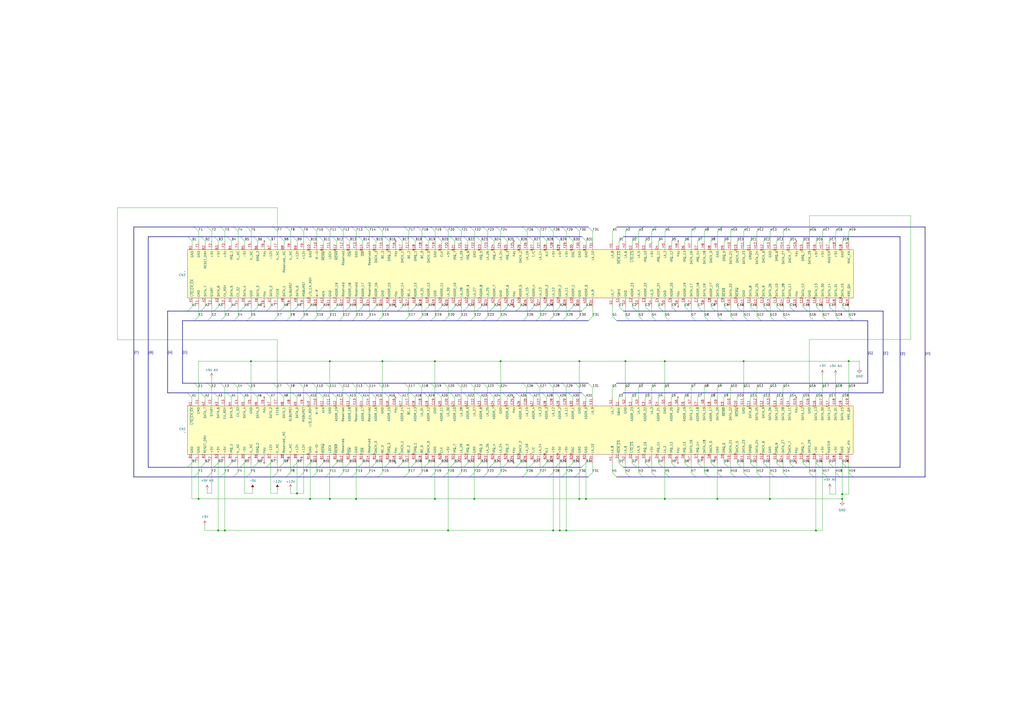
<source format=kicad_sch>
(kicad_sch (version 20231120) (generator "eeschema") (generator_version "8.0")
  (paper "A2")
  (title_block (title "Taito Wolf System EISA Bridge PCB") (date "2024-08-20") (rev "1") (company "Jeff Chen"))
  (bus_alias "A" (members "A[1..31]"))
  (bus_alias "B" (members "B[1..31]"))
  (bus_alias "C" (members "C[1..18]"))
  (bus_alias "D" (members "D[1..18]"))
  (bus_alias "E" (members "E[1..31]"))
  (bus_alias "F" (members "F[1..31]"))
  (bus_alias "G" (members "G[1..19]"))
  (bus_alias "H" (members "H[1..19]"))
  (junction (at 473.2982 307.7275))
  (junction (at 385.6372 289.396))
  (junction (at 446.599 289.396))
  (junction (at 362.779 209.5306))
  (junction (at 324.7082 307.698))
  (junction (at 172.2863 286.2218))
  (junction (at 290.389 209.5306))
  (junction (at 385.639 209.5306))
  (junction (at 191.329 209.5415))
  (junction (at 320.8982 307.698))
  (junction (at 492.319 209.491))
  (junction (at 145.609 209.5415))
  (junction (at 221.809 209.5415))
  (junction (at 115.1373 289.396))
  (junction (at 431.359 209.5306))
  (junction (at 416.119 289.396))
  (junction (at 179.899 289.396))
  (junction (at 252.289 209.5415))
  (junction (at 339.919 289.396))
  (junction (at 328.5182 307.698))
  (junction (at 206.569 289.396))
  (junction (at 191.3292 289.396))
  (junction (at 336.109 209.5306))
  (junction (at 488.509 289.396))
  (junction (at 252.289 289.396))
  (junction (at 275.149 289.396))
  (junction (at 488.509 286.6532))
  (junction (at 126.5882 307.698))
  (junction (at 130.3982 307.698))
  (junction (at 259.9342 307.698))
  (junction (at 336.109 289.396))
  (bus_entry (at 138.1074 134.2144) (size -2.54 -2.54))
  (bus_entry (at 355.159 224.8183) (size 2.54 -2.54))
  (bus_entry (at 423.8574 134.2144) (size 2.54 -2.54))
  (bus_entry (at 454.219 224.8183) (size 2.54 -2.54))
  (bus_entry (at 404.8074 139.8186) (size 2.54 -2.54))
  (bus_entry (at 362.8974 183.5228) (size 2.54 2.54))
  (bus_entry (at 210.4974 177.9186) (size -2.54 2.54))
  (bus_entry (at 130.4874 134.2144) (size -2.54 -2.54))
  (bus_entry (at 416.119 274.1267) (size 2.54 2.54))
  (bus_entry (at 454.3374 183.5228) (size 2.54 2.54))
  (bus_entry (at 240.9774 177.9186) (size -2.54 2.54))
  (bus_entry (at 199.0674 183.5228) (size -2.54 2.54))
  (bus_entry (at 336.109 274.1267) (size -2.54 2.54))
  (bus_entry (at 198.949 224.8183) (size -2.54 -2.54))
  (bus_entry (at 454.3374 134.2144) (size 2.54 -2.54))
  (bus_entry (at 419.929 268.5225) (size 2.54 2.54))
  (bus_entry (at 214.189 274.1267) (size -2.54 2.54))
  (bus_entry (at 419.929 230.4225) (size 2.54 -2.54))
  (bus_entry (at 248.5974 139.8186) (size -2.54 -2.54))
  (bus_entry (at 438.979 274.1267) (size 2.54 2.54))
  (bus_entry (at 408.499 274.1267) (size 2.54 2.54))
  (bus_entry (at 492.319 274.1267) (size 2.54 2.54))
  (bus_entry (at 389.5674 139.8186) (size 2.54 -2.54))
  (bus_entry (at 381.829 230.4225) (size 2.54 -2.54))
  (bus_entry (at 275.149 224.8183) (size -2.54 -2.54))
  (bus_entry (at 115.129 224.8183) (size -2.54 -2.54))
  (bus_entry (at 259.909 274.1267) (size -2.54 2.54))
  (bus_entry (at 343.729 274.1267) (size -2.54 2.54))
  (bus_entry (at 233.239 268.5225) (size -2.54 2.54))
  (bus_entry (at 469.5774 183.5228) (size 2.54 2.54))
  (bus_entry (at 400.9974 183.5228) (size 2.54 2.54))
  (bus_entry (at 359.0874 177.9186) (size 2.54 2.54))
  (bus_entry (at 423.8574 183.5228) (size 2.54 2.54))
  (bus_entry (at 313.3674 183.5228) (size -2.54 2.54))
  (bus_entry (at 481.0074 139.8186) (size 2.54 -2.54))
  (bus_entry (at 119.0574 177.9186) (size -2.54 2.54))
  (bus_entry (at 180.0174 139.8186) (size -2.54 -2.54))
  (bus_entry (at 217.999 230.4225) (size -2.54 -2.54))
  (bus_entry (at 427.549 230.4225) (size 2.54 -2.54))
  (bus_entry (at 145.7274 134.2144) (size -2.54 -2.54))
  (bus_entry (at 427.549 268.5225) (size 2.54 2.54))
  (bus_entry (at 343.729 224.8183) (size -2.54 -2.54))
  (bus_entry (at 435.169 230.4225) (size 2.54 -2.54))
  (bus_entry (at 199.0674 134.2144) (size -2.54 -2.54))
  (bus_entry (at 317.1774 177.9186) (size -2.54 2.54))
  (bus_entry (at 271.339 268.5225) (size -2.54 2.54))
  (bus_entry (at 340.0374 139.8186) (size -2.54 -2.54))
  (bus_entry (at 134.2974 139.8186) (size -2.54 -2.54))
  (bus_entry (at 355.2774 183.5228) (size 2.54 2.54))
  (bus_entry (at 164.7774 139.8186) (size -2.54 -2.54))
  (bus_entry (at 378.019 274.1267) (size 2.54 2.54))
  (bus_entry (at 442.789 268.5225) (size 2.54 2.54))
  (bus_entry (at 130.4874 183.5228) (size -2.54 2.54))
  (bus_entry (at 397.1874 177.9186) (size 2.54 2.54))
  (bus_entry (at 370.5174 183.5228) (size 2.54 2.54))
  (bus_entry (at 244.669 224.8183) (size -2.54 -2.54))
  (bus_entry (at 389.449 268.5225) (size 2.54 2.54))
  (bus_entry (at 480.889 230.4225) (size 2.54 -2.54))
  (bus_entry (at 385.639 224.8183) (size 2.54 -2.54))
  (bus_entry (at 118.939 268.5225) (size -2.54 2.54))
  (bus_entry (at 370.5174 134.2144) (size 2.54 -2.54))
  (bus_entry (at 442.9074 177.9186) (size 2.54 2.54))
  (bus_entry (at 111.319 230.4225) (size -2.54 -2.54))
  (bus_entry (at 301.819 268.5225) (size -2.54 2.54))
  (bus_entry (at 115.2474 183.5228) (size -2.54 2.54))
  (bus_entry (at 172.279 268.5225) (size -2.54 2.54))
  (bus_entry (at 179.899 230.4225) (size -2.54 -2.54))
  (bus_entry (at 195.2574 139.8186) (size -2.54 -2.54))
  (bus_entry (at 397.1874 139.8186) (size 2.54 -2.54))
  (bus_entry (at 240.859 268.5225) (size -2.54 2.54))
  (bus_entry (at 256.099 268.5225) (size -2.54 2.54))
  (bus_entry (at 157.1574 177.9186) (size -2.54 2.54))
  (bus_entry (at 122.749 224.8183) (size -2.54 -2.54))
  (bus_entry (at 400.879 224.8183) (size 2.54 -2.54))
  (bus_entry (at 248.479 230.4225) (size -2.54 -2.54))
  (bus_entry (at 130.369 274.1267) (size -2.54 2.54))
  (bus_entry (at 176.089 224.8183) (size -2.54 -2.54))
  (bus_entry (at 374.3274 139.8186) (size 2.54 -2.54))
  (bus_entry (at 282.8874 134.2144) (size -2.54 -2.54))
  (bus_entry (at 160.9674 134.2144) (size -2.54 -2.54))
  (bus_entry (at 355.159 274.1267) (size 2.54 2.54))
  (bus_entry (at 473.269 230.4225) (size 2.54 -2.54))
  (bus_entry (at 389.5674 177.9186) (size 2.54 2.54))
  (bus_entry (at 263.8374 139.8186) (size -2.54 -2.54))
  (bus_entry (at 294.3174 139.8186) (size -2.54 -2.54))
  (bus_entry (at 469.459 274.1267) (size 2.54 2.54))
  (bus_entry (at 237.049 224.8183) (size -2.54 -2.54))
  (bus_entry (at 176.2074 134.2144) (size -2.54 -2.54))
  (bus_entry (at 309.5574 139.8186) (size -2.54 -2.54))
  (bus_entry (at 469.459 224.8183) (size 2.54 -2.54))
  (bus_entry (at 492.4374 183.5228) (size 2.54 2.54))
  (bus_entry (at 183.709 274.1267) (size -2.54 2.54))
  (bus_entry (at 210.379 268.5225) (size -2.54 2.54))
  (bus_entry (at 252.4074 183.5228) (size -2.54 2.54))
  (bus_entry (at 408.499 224.8183) (size 2.54 -2.54))
  (bus_entry (at 305.7474 134.2144) (size -2.54 -2.54))
  (bus_entry (at 263.8374 177.9186) (size -2.54 2.54))
  (bus_entry (at 431.4774 183.5228) (size 2.54 2.54))
  (bus_entry (at 480.889 268.5225) (size 2.54 2.54))
  (bus_entry (at 454.219 274.1267) (size 2.54 2.54))
  (bus_entry (at 164.7774 177.9186) (size -2.54 2.54))
  (bus_entry (at 168.5874 183.5228) (size -2.54 2.54))
  (bus_entry (at 359.0874 139.8186) (size 2.54 -2.54))
  (bus_entry (at 256.099 230.4225) (size -2.54 -2.54))
  (bus_entry (at 301.9374 177.9186) (size -2.54 2.54))
  (bus_entry (at 416.2374 183.5228) (size 2.54 2.54))
  (bus_entry (at 332.4174 177.9186) (size -2.54 2.54))
  (bus_entry (at 339.919 268.5225) (size -2.54 2.54))
  (bus_entry (at 404.8074 177.9186) (size 2.54 2.54))
  (bus_entry (at 469.5774 134.2144) (size 2.54 -2.54))
  (bus_entry (at 122.749 274.1267) (size -2.54 2.54))
  (bus_entry (at 252.289 224.8183) (size -2.54 -2.54))
  (bus_entry (at 218.1174 139.8186) (size -2.54 -2.54))
  (bus_entry (at 362.8974 134.2144) (size 2.54 -2.54))
  (bus_entry (at 221.9274 134.2144) (size -2.54 -2.54))
  (bus_entry (at 374.3274 177.9186) (size 2.54 2.54))
  (bus_entry (at 214.189 224.8183) (size -2.54 -2.54))
  (bus_entry (at 172.3974 177.9186) (size -2.54 2.54))
  (bus_entry (at 416.2374 134.2144) (size 2.54 -2.54))
  (bus_entry (at 134.179 268.5225) (size -2.54 2.54))
  (bus_entry (at 458.1474 177.9186) (size 2.54 2.54))
  (bus_entry (at 465.649 268.5225) (size 2.54 2.54))
  (bus_entry (at 282.769 274.1267) (size -2.54 2.54))
  (bus_entry (at 404.689 268.5225) (size 2.54 2.54))
  (bus_entry (at 176.089 274.1267) (size -2.54 2.54))
  (bus_entry (at 210.379 230.4225) (size -2.54 -2.54))
  (bus_entry (at 206.569 274.1267) (size -2.54 2.54))
  (bus_entry (at 484.699 224.8183) (size 2.54 -2.54))
  (bus_entry (at 157.039 268.5225) (size -2.54 2.54))
  (bus_entry (at 191.329 224.8183) (size -2.54 -2.54))
  (bus_entry (at 214.3074 183.5228) (size -2.54 2.54))
  (bus_entry (at 149.419 268.5225) (size -2.54 2.54))
  (bus_entry (at 145.7274 183.5228) (size -2.54 2.54))
  (bus_entry (at 370.399 274.1267) (size 2.54 2.54))
  (bus_entry (at 324.7974 139.8186) (size -2.54 -2.54))
  (bus_entry (at 260.0274 134.2144) (size -2.54 -2.54))
  (bus_entry (at 431.359 224.8183) (size 2.54 -2.54))
  (bus_entry (at 244.669 274.1267) (size -2.54 2.54))
  (bus_entry (at 378.1374 134.2144) (size 2.54 -2.54))
  (bus_entry (at 439.0974 183.5228) (size 2.54 2.54))
  (bus_entry (at 465.7674 177.9186) (size 2.54 2.54))
  (bus_entry (at 286.6974 177.9186) (size -2.54 2.54))
  (bus_entry (at 187.519 268.5225) (size -2.54 2.54))
  (bus_entry (at 328.6074 183.5228) (size -2.54 2.54))
  (bus_entry (at 339.919 230.4225) (size -2.54 -2.54))
  (bus_entry (at 336.109 224.8183) (size -2.54 -2.54))
  (bus_entry (at 492.4374 134.2144) (size 2.54 -2.54))
  (bus_entry (at 278.959 268.5225) (size -2.54 2.54))
  (bus_entry (at 271.339 230.4225) (size -2.54 -2.54))
  (bus_entry (at 446.599 274.1267) (size 2.54 2.54))
  (bus_entry (at 343.8474 134.2144) (size -2.54 -2.54))
  (bus_entry (at 137.989 224.8183) (size -2.54 -2.54))
  (bus_entry (at 118.939 230.4225) (size -2.54 -2.54))
  (bus_entry (at 294.3174 177.9186) (size -2.54 2.54))
  (bus_entry (at 473.3874 139.8186) (size 2.54 -2.54))
  (bus_entry (at 465.649 230.4225) (size 2.54 -2.54))
  (bus_entry (at 294.199 268.5225) (size -2.54 2.54))
  (bus_entry (at 111.4374 139.8186) (size -2.54 -2.54))
  (bus_entry (at 309.5574 177.9186) (size -2.54 2.54))
  (bus_entry (at 458.1474 139.8186) (size 2.54 -2.54))
  (bus_entry (at 115.129 274.1267) (size -2.54 2.54))
  (bus_entry (at 488.509 230.4225) (size 2.54 -2.54))
  (bus_entry (at 202.8774 139.8186) (size -2.54 -2.54))
  (bus_entry (at 111.4374 177.9186) (size -2.54 2.54))
  (bus_entry (at 141.9174 139.8186) (size -2.54 -2.54))
  (bus_entry (at 195.139 268.5225) (size -2.54 2.54))
  (bus_entry (at 218.1174 177.9186) (size -2.54 2.54))
  (bus_entry (at 122.8674 134.2144) (size -2.54 -2.54))
  (bus_entry (at 168.5874 134.2144) (size -2.54 -2.54))
  (bus_entry (at 305.629 224.8183) (size -2.54 -2.54))
  (bus_entry (at 290.389 224.8183) (size -2.54 -2.54))
  (bus_entry (at 187.6374 177.9186) (size -2.54 2.54))
  (bus_entry (at 450.409 230.4225) (size 2.54 -2.54))
  (bus_entry (at 267.6474 134.2144) (size -2.54 -2.54))
  (bus_entry (at 126.559 230.4225) (size -2.54 -2.54))
  (bus_entry (at 416.119 224.8183) (size 2.54 -2.54))
  (bus_entry (at 362.779 224.8183) (size 2.54 -2.54))
  (bus_entry (at 221.809 274.1267) (size -2.54 2.54))
  (bus_entry (at 320.9874 183.5228) (size -2.54 2.54))
  (bus_entry (at 248.5974 177.9186) (size -2.54 2.54))
  (bus_entry (at 309.439 268.5225) (size -2.54 2.54))
  (bus_entry (at 301.819 230.4225) (size -2.54 -2.54))
  (bus_entry (at 412.309 268.5225) (size 2.54 2.54))
  (bus_entry (at 168.469 274.1267) (size -2.54 2.54))
  (bus_entry (at 141.799 268.5225) (size -2.54 2.54))
  (bus_entry (at 477.1974 134.2144) (size 2.54 -2.54))
  (bus_entry (at 256.2174 177.9186) (size -2.54 2.54))
  (bus_entry (at 260.0274 183.5228) (size -2.54 2.54))
  (bus_entry (at 366.7074 139.8186) (size 2.54 -2.54))
  (bus_entry (at 278.959 230.4225) (size -2.54 -2.54))
  (bus_entry (at 195.2574 177.9186) (size -2.54 2.54))
  (bus_entry (at 317.1774 139.8186) (size -2.54 -2.54))
  (bus_entry (at 160.849 224.8183) (size -2.54 -2.54))
  (bus_entry (at 157.039 230.4225) (size -2.54 -2.54))
  (bus_entry (at 458.029 230.4225) (size 2.54 -2.54))
  (bus_entry (at 111.319 268.5225) (size -2.54 2.54))
  (bus_entry (at 259.909 224.8183) (size -2.54 -2.54))
  (bus_entry (at 286.579 268.5225) (size -2.54 2.54))
  (bus_entry (at 473.269 268.5225) (size 2.54 2.54))
  (bus_entry (at 336.2274 134.2144) (size -2.54 -2.54))
  (bus_entry (at 145.609 224.8183) (size -2.54 -2.54))
  (bus_entry (at 290.389 274.1267) (size -2.54 2.54))
  (bus_entry (at 252.289 274.1267) (size -2.54 2.54))
  (bus_entry (at 439.0974 134.2144) (size 2.54 -2.54))
  (bus_entry (at 442.9074 139.8186) (size 2.54 -2.54))
  (bus_entry (at 119.0574 139.8186) (size -2.54 -2.54))
  (bus_entry (at 160.9674 183.5228) (size -2.54 2.54))
  (bus_entry (at 183.8274 134.2144) (size -2.54 -2.54))
  (bus_entry (at 328.489 224.8183) (size -2.54 -2.54))
  (bus_entry (at 180.0174 177.9186) (size -2.54 2.54))
  (bus_entry (at 164.659 268.5225) (size -2.54 2.54))
  (bus_entry (at 248.479 268.5225) (size -2.54 2.54))
  (bus_entry (at 458.029 268.5225) (size 2.54 2.54))
  (bus_entry (at 198.949 274.1267) (size -2.54 2.54))
  (bus_entry (at 240.9774 139.8186) (size -2.54 -2.54))
  (bus_entry (at 412.4274 139.8186) (size 2.54 -2.54))
  (bus_entry (at 267.529 274.1267) (size -2.54 2.54))
  (bus_entry (at 126.559 268.5225) (size -2.54 2.54))
  (bus_entry (at 427.6674 177.9186) (size 2.54 2.54))
  (bus_entry (at 400.9974 134.2144) (size 2.54 -2.54))
  (bus_entry (at 397.069 230.4225) (size 2.54 -2.54))
  (bus_entry (at 195.139 230.4225) (size -2.54 -2.54))
  (bus_entry (at 149.5374 177.9186) (size -2.54 2.54))
  (bus_entry (at 450.5274 177.9186) (size 2.54 2.54))
  (bus_entry (at 160.849 274.1267) (size -2.54 2.54))
  (bus_entry (at 290.5074 134.2144) (size -2.54 -2.54))
  (bus_entry (at 412.309 230.4225) (size 2.54 -2.54))
  (bus_entry (at 366.7074 177.9186) (size 2.54 2.54))
  (bus_entry (at 134.179 230.4225) (size -2.54 -2.54))
  (bus_entry (at 134.2974 177.9186) (size -2.54 2.54))
  (bus_entry (at 172.279 230.4225) (size -2.54 -2.54))
  (bus_entry (at 320.9874 134.2144) (size -2.54 -2.54))
  (bus_entry (at 435.169 268.5225) (size 2.54 2.54))
  (bus_entry (at 427.6674 139.8186) (size 2.54 -2.54))
  (bus_entry (at 446.7174 134.2144) (size 2.54 -2.54))
  (bus_entry (at 332.299 230.4225) (size -2.54 -2.54))
  (bus_entry (at 366.589 230.4225) (size 2.54 -2.54))
  (bus_entry (at 172.3974 139.8186) (size -2.54 -2.54))
  (bus_entry (at 210.4974 139.8186) (size -2.54 -2.54))
  (bus_entry (at 214.3074 134.2144) (size -2.54 -2.54))
  (bus_entry (at 137.989 274.1267) (size -2.54 2.54))
  (bus_entry (at 225.619 268.5225) (size -2.54 2.54))
  (bus_entry (at 431.359 274.1267) (size 2.54 2.54))
  (bus_entry (at 233.3574 177.9186) (size -2.54 2.54))
  (bus_entry (at 225.7374 177.9186) (size -2.54 2.54))
  (bus_entry (at 221.9274 183.5228) (size -2.54 2.54))
  (bus_entry (at 294.199 230.4225) (size -2.54 -2.54))
  (bus_entry (at 431.4774 134.2144) (size 2.54 -2.54))
  (bus_entry (at 324.7974 177.9186) (size -2.54 2.54))
  (bus_entry (at 233.239 230.4225) (size -2.54 -2.54))
  (bus_entry (at 320.869 274.1267) (size -2.54 2.54))
  (bus_entry (at 313.249 224.8183) (size -2.54 -2.54))
  (bus_entry (at 275.2674 183.5228) (size -2.54 2.54))
  (bus_entry (at 256.2174 139.8186) (size -2.54 -2.54))
  (bus_entry (at 233.3574 139.8186) (size -2.54 -2.54))
  (bus_entry (at 488.6274 139.8186) (size 2.54 -2.54))
  (bus_entry (at 141.799 230.4225) (size -2.54 -2.54))
  (bus_entry (at 191.329 274.1267) (size -2.54 2.54))
  (bus_entry (at 309.439 230.4225) (size -2.54 -2.54))
  (bus_entry (at 225.619 230.4225) (size -2.54 -2.54))
  (bus_entry (at 374.209 268.5225) (size 2.54 2.54))
  (bus_entry (at 378.019 224.8183) (size 2.54 -2.54))
  (bus_entry (at 358.969 268.5225) (size 2.54 2.54))
  (bus_entry (at 328.489 274.1267) (size -2.54 2.54))
  (bus_entry (at 122.8674 183.5228) (size -2.54 2.54))
  (bus_entry (at 477.1974 183.5228) (size 2.54 2.54))
  (bus_entry (at 313.3674 134.2144) (size -2.54 -2.54))
  (bus_entry (at 290.5074 183.5228) (size -2.54 2.54))
  (bus_entry (at 340.0374 177.9186) (size -2.54 2.54))
  (bus_entry (at 385.7574 183.5228) (size 2.54 2.54))
  (bus_entry (at 400.879 274.1267) (size 2.54 2.54))
  (bus_entry (at 126.6774 139.8186) (size -2.54 -2.54))
  (bus_entry (at 202.759 230.4225) (size -2.54 -2.54))
  (bus_entry (at 423.739 224.8183) (size 2.54 -2.54))
  (bus_entry (at 115.2474 134.2144) (size -2.54 -2.54))
  (bus_entry (at 435.2874 139.8186) (size 2.54 -2.54))
  (bus_entry (at 450.409 268.5225) (size 2.54 2.54))
  (bus_entry (at 187.6374 139.8186) (size -2.54 -2.54))
  (bus_entry (at 183.8274 183.5228) (size -2.54 2.54))
  (bus_entry (at 202.759 268.5225) (size -2.54 2.54))
  (bus_entry (at 385.7574 134.2144) (size 2.54 -2.54))
  (bus_entry (at 435.2874 177.9186) (size 2.54 2.54))
  (bus_entry (at 446.599 224.8183) (size 2.54 -2.54))
  (bus_entry (at 423.739 274.1267) (size 2.54 2.54))
  (bus_entry (at 305.7474 183.5228) (size -2.54 2.54))
  (bus_entry (at 138.1074 183.5228) (size -2.54 2.54))
  (bus_entry (at 320.869 224.8183) (size -2.54 -2.54))
  (bus_entry (at 237.1674 134.2144) (size -2.54 -2.54))
  (bus_entry (at 358.969 230.4225) (size 2.54 -2.54))
  (bus_entry (at 488.509 268.5225) (size 2.54 2.54))
  (bus_entry (at 370.399 224.8183) (size 2.54 -2.54))
  (bus_entry (at 252.4074 134.2144) (size -2.54 -2.54))
  (bus_entry (at 324.679 230.4225) (size -2.54 -2.54))
  (bus_entry (at 191.4474 183.5228) (size -2.54 2.54))
  (bus_entry (at 343.8474 183.5228) (size -2.54 2.54))
  (bus_entry (at 313.249 274.1267) (size -2.54 2.54))
  (bus_entry (at 244.7874 134.2144) (size -2.54 -2.54))
  (bus_entry (at 240.859 230.4225) (size -2.54 -2.54))
  (bus_entry (at 286.6974 139.8186) (size -2.54 -2.54))
  (bus_entry (at 267.529 224.8183) (size -2.54 -2.54))
  (bus_entry (at 477.079 224.8183) (size 2.54 -2.54))
  (bus_entry (at 202.8774 177.9186) (size -2.54 2.54))
  (bus_entry (at 126.6774 177.9186) (size -2.54 2.54))
  (bus_entry (at 366.589 268.5225) (size 2.54 2.54))
  (bus_entry (at 130.369 224.8183) (size -2.54 -2.54))
  (bus_entry (at 481.0074 177.9186) (size 2.54 2.54))
  (bus_entry (at 286.579 230.4225) (size -2.54 -2.54))
  (bus_entry (at 145.609 274.1267) (size -2.54 2.54))
  (bus_entry (at 164.659 230.4225) (size -2.54 -2.54))
  (bus_entry (at 484.8174 134.2144) (size 2.54 -2.54))
  (bus_entry (at 271.4574 139.8186) (size -2.54 -2.54))
  (bus_entry (at 149.419 230.4225) (size -2.54 -2.54))
  (bus_entry (at 408.6174 183.5228) (size 2.54 2.54))
  (bus_entry (at 237.1674 183.5228) (size -2.54 2.54))
  (bus_entry (at 279.0774 139.8186) (size -2.54 -2.54))
  (bus_entry (at 473.3874 177.9186) (size 2.54 2.54))
  (bus_entry (at 381.9474 177.9186) (size 2.54 2.54))
  (bus_entry (at 450.5274 139.8186) (size 2.54 -2.54))
  (bus_entry (at 332.4174 139.8186) (size -2.54 -2.54))
  (bus_entry (at 157.1574 139.8186) (size -2.54 -2.54))
  (bus_entry (at 187.519 230.4225) (size -2.54 -2.54))
  (bus_entry (at 149.5374 139.8186) (size -2.54 -2.54))
  (bus_entry (at 279.0774 177.9186) (size -2.54 2.54))
  (bus_entry (at 408.6174 134.2144) (size 2.54 -2.54))
  (bus_entry (at 420.0474 177.9186) (size 2.54 2.54))
  (bus_entry (at 488.6274 177.9186) (size 2.54 2.54))
  (bus_entry (at 206.6874 134.2144) (size -2.54 -2.54))
  (bus_entry (at 420.0474 139.8186) (size 2.54 -2.54))
  (bus_entry (at 378.1374 183.5228) (size 2.54 2.54))
  (bus_entry (at 477.079 274.1267) (size 2.54 2.54))
  (bus_entry (at 484.699 274.1267) (size 2.54 2.54))
  (bus_entry (at 176.2074 183.5228) (size -2.54 2.54))
  (bus_entry (at 168.469 224.8183) (size -2.54 -2.54))
  (bus_entry (at 446.7174 183.5228) (size 2.54 2.54))
  (bus_entry (at 275.149 274.1267) (size -2.54 2.54))
  (bus_entry (at 282.769 224.8183) (size -2.54 -2.54))
  (bus_entry (at 217.999 268.5225) (size -2.54 2.54))
  (bus_entry (at 438.979 224.8183) (size 2.54 -2.54))
  (bus_entry (at 404.689 230.4225) (size 2.54 -2.54))
  (bus_entry (at 484.8174 183.5228) (size 2.54 2.54))
  (bus_entry (at 282.8874 183.5228) (size -2.54 2.54))
  (bus_entry (at 225.7374 139.8186) (size -2.54 -2.54))
  (bus_entry (at 183.709 224.8183) (size -2.54 -2.54))
  (bus_entry (at 317.059 230.4225) (size -2.54 -2.54))
  (bus_entry (at 397.069 268.5225) (size 2.54 2.54))
  (bus_entry (at 362.779 274.1267) (size 2.54 2.54))
  (bus_entry (at 263.719 268.5225) (size -2.54 2.54))
  (bus_entry (at 206.6874 183.5228) (size -2.54 2.54))
  (bus_entry (at 237.049 274.1267) (size -2.54 2.54))
  (bus_entry (at 267.6474 183.5228) (size -2.54 2.54))
  (bus_entry (at 381.9474 139.8186) (size 2.54 -2.54))
  (bus_entry (at 301.9374 139.8186) (size -2.54 -2.54))
  (bus_entry (at 324.679 268.5225) (size -2.54 2.54))
  (bus_entry (at 275.2674 134.2144) (size -2.54 -2.54))
  (bus_entry (at 328.6074 134.2144) (size -2.54 -2.54))
  (bus_entry (at 305.629 274.1267) (size -2.54 2.54))
  (bus_entry (at 332.299 268.5225) (size -2.54 2.54))
  (bus_entry (at 465.7674 139.8186) (size 2.54 -2.54))
  (bus_entry (at 179.899 268.5225) (size -2.54 2.54))
  (bus_entry (at 244.7874 183.5228) (size -2.54 2.54))
  (bus_entry (at 263.719 230.4225) (size -2.54 -2.54))
  (bus_entry (at 355.2774 134.2144) (size 2.54 -2.54))
  (bus_entry (at 221.809 224.8183) (size -2.54 -2.54))
  (bus_entry (at 389.449 230.4225) (size 2.54 -2.54))
  (bus_entry (at 206.569 224.8183) (size -2.54 -2.54))
  (bus_entry (at 271.4574 177.9186) (size -2.54 2.54))
  (bus_entry (at 317.059 268.5225) (size -2.54 2.54))
  (bus_entry (at 336.2274 183.5228) (size -2.54 2.54))
  (bus_entry (at 191.4474 134.2144) (size -2.54 -2.54))
  (bus_entry (at 385.639 274.1267) (size 2.54 2.54))
  (bus_entry (at 141.9174 177.9186) (size -2.54 2.54))
  (bus_entry (at 442.789 230.4225) (size 2.54 -2.54))
  (bus_entry (at 492.319 224.8183) (size 2.54 -2.54))
  (bus_entry (at 412.4274 177.9186) (size 2.54 2.54))
  (bus_entry (at 381.829 268.5225) (size 2.54 2.54))
  (bus_entry (at 374.209 230.4225) (size 2.54 -2.54))
  (wire (pts (xy 370.399 268.5225) (xy 370.399 274.1267)))
  (wire (pts (xy 187.519 232.9625) (xy 187.519 230.4225)))
  (wire (pts (xy 115.2474 177.9186) (xy 115.2474 183.5228)))
  (wire (pts (xy 252.289 268.5225) (xy 252.289 274.1267)))
  (bus (pts (xy 284.039 227.8825) (xy 291.659 227.8825)))
  (wire (pts (xy 168.5874 177.9186) (xy 168.5874 183.5228)))
  (bus (pts (xy 411.039 222.2783) (xy 418.659 222.2783)))
  (bus (pts (xy 487.3574 131.6744) (xy 494.9774 131.6744)))
  (wire (pts (xy 271.4574 175.3786) (xy 271.4574 177.9186)))
  (wire (pts (xy 446.599 289.396) (xy 446.599 274.1267)))
  (bus (pts (xy 322.139 271.0625) (xy 329.759 271.0625)))
  (wire (pts (xy 267.529 268.5225) (xy 267.529 274.1267)))
  (wire (pts (xy 206.569 268.5225) (xy 206.569 274.1267)))
  (wire (pts (xy 404.8074 142.3586) (xy 404.8074 139.8186)))
  (wire (pts (xy 366.589 265.9825) (xy 366.589 268.5225)))
  (wire (pts (xy 454.3374 139.8186) (xy 454.3374 134.2144)))
  (wire (pts (xy 115.129 230.4225) (xy 115.129 224.8183)))
  (wire (pts (xy 252.289 209.5415) (xy 221.809 209.5415)))
  (wire (pts (xy 225.619 232.9625) (xy 225.619 230.4225)))
  (bus (pts (xy 468.3074 180.4586) (xy 475.9274 180.4586)))
  (bus (pts (xy 204.029 276.6667) (xy 211.649 276.6667)))
  (wire (pts (xy 157.039 232.9625) (xy 157.039 230.4225)))
  (wire (pts (xy 214.189 230.4225) (xy 214.189 224.8183)))
  (bus (pts (xy 422.5874 137.2786) (xy 430.2074 137.2786)))
  (wire (pts (xy 176.089 268.5225) (xy 176.089 274.1267)))
  (wire (pts (xy 412.309 232.9625) (xy 412.309 230.4225)))
  (wire (pts (xy 179.899 232.9625) (xy 179.899 230.4225)))
  (wire (pts (xy 252.289 230.4225) (xy 252.289 224.8183)))
  (wire (pts (xy 111.319 265.9825) (xy 111.319 268.5225)))
  (bus (pts (xy 426.3974 131.6744) (xy 434.0174 131.6744)))
  (bus (pts (xy 249.749 222.2783) (xy 257.369 222.2783)))
  (wire (pts (xy 115.1373 286.0158) (xy 115.129 286.0158)))
  (bus (pts (xy 487.239 276.6667) (xy 494.859 276.6667)))
  (wire (pts (xy 484.699 268.5225) (xy 484.699 274.1267)))
  (bus (pts (xy 388.2974 186.0628) (xy 403.5374 186.0628)))
  (wire (pts (xy 362.8974 139.8186) (xy 362.8974 134.2144)))
  (wire (pts (xy 450.409 232.9625) (xy 450.409 230.4225)))
  (bus (pts (xy 223.1974 137.2786) (xy 230.8174 137.2786)))
  (wire (pts (xy 473.2982 307.7275) (xy 477.1082 307.7275)))
  (wire (pts (xy 122.749 230.4225) (xy 122.749 224.8183)))
  (wire (pts (xy 115.129 224.8183) (xy 115.129 209.5415)))
  (wire (pts (xy 317.059 232.9625) (xy 317.059 230.4225)))
  (bus (pts (xy 97.2197 180.4586) (xy 108.8974 180.4586)))
  (bus (pts (xy 234.509 276.6667) (xy 242.129 276.6667)))
  (wire (pts (xy 343.8474 139.8186) (xy 343.8474 134.2144)))
  (wire (pts (xy 488.509 232.9625) (xy 488.509 230.4225)))
  (bus (pts (xy 284.1574 137.2786) (xy 291.7774 137.2786)))
  (wire (pts (xy 256.2174 175.3786) (xy 256.2174 177.9186)))
  (bus (pts (xy 211.649 222.2783) (xy 219.269 222.2783)))
  (wire (pts (xy 355.2774 177.9186) (xy 355.2774 183.5228)))
  (bus (pts (xy 472.1174 186.0628) (xy 479.7374 186.0628)))
  (wire (pts (xy 179.899 289.396) (xy 191.3292 289.396)))
  (wire (pts (xy 191.329 209.5415) (xy 191.329 224.8183)))
  (wire (pts (xy 477.079 217.2967) (xy 477.0599 217.2967)))
  (wire (pts (xy 290.389 209.5306) (xy 252.289 209.5306)))
  (wire (pts (xy 172.279 265.9825) (xy 172.279 268.5225)))
  (bus (pts (xy 333.6874 131.6744) (xy 341.3074 131.6744)))
  (wire (pts (xy 336.2274 177.9186) (xy 336.2274 183.5228)))
  (wire (pts (xy 324.7082 307.698) (xy 328.5182 307.698)))
  (wire (pts (xy 221.809 209.5415) (xy 221.809 224.8183)))
  (wire (pts (xy 157.1574 175.3786) (xy 157.1574 177.9186)))
  (bus (pts (xy 211.7674 186.0628) (xy 219.3874 186.0628)))
  (bus (pts (xy 211.649 276.6667) (xy 219.269 276.6667)))
  (wire (pts (xy 484.8174 177.9186) (xy 484.8174 183.5228)))
  (bus (pts (xy 238.4374 180.4586) (xy 246.0574 180.4586)))
  (wire (pts (xy 145.7274 177.9186) (xy 145.7274 183.5228)))
  (wire (pts (xy 191.329 268.5225) (xy 191.329 274.1267)))
  (bus (pts (xy 512.2738 180.4586) (xy 512.2738 227.8825)))
  (bus (pts (xy 207.839 227.8825) (xy 215.459 227.8825)))
  (wire (pts (xy 252.289 209.5415) (xy 252.289 224.8183)))
  (wire (pts (xy 141.7832 286.2337) (xy 146.5029 286.2337)))
  (bus (pts (xy 303.2074 186.0628) (xy 310.8274 186.0628)))
  (bus (pts (xy 318.329 276.6667) (xy 325.949 276.6667)))
  (wire (pts (xy 324.7082 268.5225) (xy 324.679 268.5225)))
  (wire (pts (xy 206.6874 177.9186) (xy 206.6874 183.5228)))
  (bus (pts (xy 373.0574 186.0628) (xy 380.6774 186.0628)))
  (wire (pts (xy 111.4374 175.3786) (xy 111.4374 177.9186)))
  (wire (pts (xy 259.9342 307.698) (xy 320.8982 307.698)))
  (wire (pts (xy 267.6474 177.9186) (xy 267.6474 183.5228)))
  (bus (pts (xy 276.419 227.8825) (xy 284.039 227.8825)))
  (bus (pts (xy 146.879 227.8825) (xy 154.499 227.8825)))
  (wire (pts (xy 492.319 286.6532) (xy 488.509 286.6532)))
  (wire (pts (xy 160.9674 139.8186) (xy 160.9674 134.2144)))
  (wire (pts (xy 469.459 224.8183) (xy 469.459 196.9235)))
  (wire (pts (xy 157.039 286.2218) (xy 157.039 268.5225)))
  (bus (pts (xy 418.659 222.2783) (xy 426.279 222.2783)))
  (bus (pts (xy 77.623 276.6667) (xy 77.623 131.6744)))
  (bus (pts (xy 399.7274 137.2786) (xy 407.3474 137.2786)))
  (wire (pts (xy 408.499 230.4225) (xy 408.499 224.8183)))
  (wire (pts (xy 374.3274 175.3786) (xy 374.3274 177.9186)))
  (bus (pts (xy 307.0174 137.2786) (xy 314.6374 137.2786)))
  (wire (pts (xy 488.509 286.6532) (xy 488.509 268.5225)))
  (bus (pts (xy 403.419 276.6667) (xy 411.039 276.6667)))
  (bus (pts (xy 437.709 271.0625) (xy 445.329 271.0625)))
  (bus (pts (xy 437.8274 180.4586) (xy 445.4474 180.4586)))
  (bus (pts (xy 487.239 222.2783) (xy 494.859 222.2783)))
  (bus (pts (xy 430.2074 137.2786) (xy 437.8274 137.2786)))
  (wire (pts (xy 477.1082 307.7275) (xy 477.1082 274.1267)))
  (bus (pts (xy 503.3801 222.2783) (xy 494.859 222.2783)))
  (bus (pts (xy 257.4874 131.6744) (xy 265.1074 131.6744)))
  (bus (pts (xy 181.2874 186.0628) (xy 188.9074 186.0628)))
  (bus (pts (xy 314.519 227.8825) (xy 322.139 227.8825)))
  (bus (pts (xy 422.469 227.8825) (xy 430.089 227.8825)))
  (bus (pts (xy 471.999 222.2783) (xy 479.619 222.2783)))
  (wire (pts (xy 172.2863 286.2218) (xy 176.089 286.2218)))
  (wire (pts (xy 168.5184 283.5954) (xy 168.5184 286.2218)))
  (bus (pts (xy 380.559 276.6667) (xy 388.179 276.6667)))
  (wire (pts (xy 183.8274 177.9186) (xy 183.8274 183.5228)))
  (bus (pts (xy 188.789 222.2783) (xy 196.409 222.2783)))
  (wire (pts (xy 328.6074 139.8186) (xy 328.6074 134.2144)))
  (wire (pts (xy 259.909 268.5225) (xy 259.909 274.1267)))
  (wire (pts (xy 180.0174 175.3786) (xy 180.0174 177.9186)))
  (bus (pts (xy 494.9774 131.6744) (xy 536.6218 131.6744)))
  (wire (pts (xy 446.599 268.5225) (xy 446.599 274.1267)))
  (wire (pts (xy 183.8274 139.8186) (xy 183.8274 134.2144)))
  (wire (pts (xy 469.459 196.9235) (xy 528.3479 196.9235)))
  (wire (pts (xy 115.1373 289.396) (xy 179.899 289.396)))
  (wire (pts (xy 404.689 265.9825) (xy 404.689 268.5225)))
  (wire (pts (xy 328.489 268.5225) (xy 328.489 274.1267)))
  (wire (pts (xy 397.1874 142.3586) (xy 397.1874 139.8186)))
  (wire (pts (xy 492.4374 177.9186) (xy 492.4374 183.5228)))
  (wire (pts (xy 118.8371 307.698) (xy 126.5882 307.698)))
  (bus (pts (xy 329.8774 180.4586) (xy 337.4974 180.4586)))
  (bus (pts (xy 384.369 227.8825) (xy 391.989 227.8825)))
  (wire (pts (xy 309.439 232.9625) (xy 309.439 230.4225)))
  (bus (pts (xy 373.0574 131.6744) (xy 380.6774 131.6744)))
  (bus (pts (xy 310.709 276.6667) (xy 318.329 276.6667)))
  (bus (pts (xy 536.6218 276.6667) (xy 494.859 276.6667)))
  (bus (pts (xy 445.4474 180.4586) (xy 453.0674 180.4586)))
  (bus (pts (xy 418.7774 131.6744) (xy 426.3974 131.6744)))
  (bus (pts (xy 127.829 276.6667) (xy 135.449 276.6667)))
  (wire (pts (xy 465.649 265.9825) (xy 465.649 268.5225)))
  (wire (pts (xy 438.979 230.4225) (xy 438.979 224.8183)))
  (wire (pts (xy 336.109 268.5225) (xy 336.109 274.1267)))
  (bus (pts (xy 223.079 271.0625) (xy 230.699 271.0625)))
  (bus (pts (xy 245.939 227.8825) (xy 253.559 227.8825)))
  (wire (pts (xy 221.809 230.4225) (xy 221.809 224.8183)))
  (wire (pts (xy 248.479 265.9825) (xy 248.479 268.5225)))
  (wire (pts (xy 458.1474 175.3786) (xy 458.1474 177.9186)))
  (bus (pts (xy 449.2574 186.0628) (xy 456.8774 186.0628)))
  (bus (pts (xy 112.7074 186.0628) (xy 120.3274 186.0628)))
  (bus (pts (xy 522.1042 137.2786) (xy 491.1674 137.2786)))
  (wire (pts (xy 179.899 289.396) (xy 179.899 268.5225)))
  (wire (pts (xy 240.9774 175.3786) (xy 240.9774 177.9186)))
  (wire (pts (xy 336.2274 139.8186) (xy 336.2274 134.2144)))
  (bus (pts (xy 445.329 271.0625) (xy 452.949 271.0625)))
  (bus (pts (xy 131.7574 180.4586) (xy 139.3774 180.4586)))
  (wire (pts (xy 446.599 289.396) (xy 488.509 289.396)))
  (wire (pts (xy 275.2674 139.8186) (xy 275.2674 134.2144)))
  (wire (pts (xy 339.919 232.9625) (xy 339.919 230.4225)))
  (wire (pts (xy 450.409 265.9825) (xy 450.409 268.5225)))
  (bus (pts (xy 139.259 227.8825) (xy 146.879 227.8825)))
  (wire (pts (xy 324.7082 307.698) (xy 324.7082 268.5225)))
  (bus (pts (xy 303.2074 131.6744) (xy 310.8274 131.6744)))
  (bus (pts (xy 135.5674 131.6744) (xy 143.1874 131.6744)))
  (wire (pts (xy 218.1174 175.3786) (xy 218.1174 177.9186)))
  (wire (pts (xy 214.3074 139.8186) (xy 214.3074 134.2144)))
  (wire (pts (xy 362.779 209.5306) (xy 362.779 224.8183)))
  (bus (pts (xy 154.6174 180.4586) (xy 162.2374 180.4586)))
  (bus (pts (xy 112.589 276.6667) (xy 120.209 276.6667)))
  (bus (pts (xy 207.839 271.0625) (xy 215.459 271.0625)))
  (bus (pts (xy 310.709 222.2783) (xy 318.329 222.2783)))
  (wire (pts (xy 324.7974 175.3786) (xy 324.7974 177.9186)))
  (bus (pts (xy 268.799 271.0625) (xy 276.419 271.0625)))
  (wire (pts (xy 168.469 268.5225) (xy 168.469 274.1267)))
  (wire (pts (xy 336.109 209.5306) (xy 336.109 224.8183)))
  (bus (pts (xy 326.0674 131.6744) (xy 333.6874 131.6744)))
  (wire (pts (xy 320.9874 177.9186) (xy 320.9874 183.5228)))
  (wire (pts (xy 240.859 265.9825) (xy 240.859 268.5225)))
  (bus (pts (xy 108.8974 180.4586) (xy 116.5174 180.4586)))
  (wire (pts (xy 488.6274 142.3586) (xy 488.6274 139.8186)))
  (wire (pts (xy 305.629 230.4225) (xy 305.629 224.8183)))
  (bus (pts (xy 357.699 222.2783) (xy 365.319 222.2783)))
  (wire (pts (xy 400.879 268.5225) (xy 400.879 274.1267)))
  (bus (pts (xy 456.8774 131.6744) (xy 472.1174 131.6744)))
  (bus (pts (xy 127.9474 131.6744) (xy 135.5674 131.6744)))
  (wire (pts (xy 263.8374 142.3586) (xy 263.8374 139.8186)))
  (bus (pts (xy 242.129 276.6667) (xy 249.749 276.6667)))
  (wire (pts (xy 134.2974 142.3586) (xy 134.2974 139.8186)))
  (bus (pts (xy 391.989 271.0625) (xy 399.609 271.0625)))
  (bus (pts (xy 280.229 222.2783) (xy 287.849 222.2783)))
  (bus (pts (xy 219.3874 186.0628) (xy 234.6274 186.0628)))
  (bus (pts (xy 380.559 222.2783) (xy 388.179 222.2783)))
  (wire (pts (xy 458.029 265.9825) (xy 458.029 268.5225)))
  (wire (pts (xy 252.4074 177.9186) (xy 252.4074 183.5228)))
  (wire (pts (xy 381.829 232.9625) (xy 381.829 230.4225)))
  (wire (pts (xy 176.089 230.4225) (xy 176.089 224.8183)))
  (wire (pts (xy 362.779 209.5306) (xy 336.109 209.5306)))
  (wire (pts (xy 484.6747 220.0574) (xy 484.6747 217.4267)))
  (wire (pts (xy 221.809 268.5225) (xy 221.809 274.1267)))
  (bus (pts (xy 276.5374 137.2786) (xy 284.1574 137.2786)))
  (wire (pts (xy 244.7874 177.9186) (xy 244.7874 183.5228)))
  (wire (pts (xy 183.709 268.5225) (xy 183.709 274.1267)))
  (wire (pts (xy 206.569 289.396) (xy 252.289 289.396)))
  (wire (pts (xy 282.769 230.4225) (xy 282.769 224.8183)))
  (wire (pts (xy 275.149 230.4225) (xy 275.149 224.8183)))
  (bus (pts (xy 261.179 227.8825) (xy 268.799 227.8825)))
  (bus (pts (xy 369.129 271.0625) (xy 376.749 271.0625)))
  (wire (pts (xy 210.379 232.9625) (xy 210.379 230.4225)))
  (wire (pts (xy 130.3982 307.698) (xy 259.9342 307.698)))
  (wire (pts (xy 191.4474 177.9186) (xy 191.4474 183.5228)))
  (bus (pts (xy 437.709 227.8825) (xy 445.329 227.8825)))
  (bus (pts (xy 357.8174 131.6744) (xy 365.4374 131.6744)))
  (bus (pts (xy 471.999 276.6667) (xy 479.619 276.6667)))
  (wire (pts (xy 400.879 230.4225) (xy 400.879 224.8183)))
  (wire (pts (xy 122.749 286.2146) (xy 120.1841 286.2146)))
  (bus (pts (xy 116.5174 180.4586) (xy 124.1374 180.4586)))
  (wire (pts (xy 450.5274 175.3786) (xy 450.5274 177.9186)))
  (bus (pts (xy 127.829 222.2783) (xy 135.449 222.2783)))
  (bus (pts (xy 185.0974 180.4586) (xy 192.7174 180.4586)))
  (wire (pts (xy 484.699 230.4225) (xy 484.699 224.8183)))
  (wire (pts (xy 477.079 224.8183) (xy 477.079 217.2967)))
  (bus (pts (xy 261.179 271.0625) (xy 268.799 271.0625)))
  (bus (pts (xy 291.7774 137.2786) (xy 299.3974 137.2786)))
  (wire (pts (xy 252.289 289.396) (xy 275.149 289.396)))
  (wire (pts (xy 381.829 265.9825) (xy 381.829 268.5225)))
  (bus (pts (xy 131.639 227.8825) (xy 139.259 227.8825)))
  (wire (pts (xy 157.039 265.9825) (xy 157.039 268.5225)))
  (wire (pts (xy 176.089 286.2218) (xy 176.089 274.1267)))
  (bus (pts (xy 196.409 276.6667) (xy 204.029 276.6667)))
  (bus (pts (xy 246.0574 180.4586) (xy 253.6774 180.4586)))
  (bus (pts (xy 234.6274 131.6744) (xy 242.2474 131.6744)))
  (wire (pts (xy 427.549 265.9825) (xy 427.549 268.5225)))
  (wire (pts (xy 362.779 230.4225) (xy 362.779 224.8183)))
  (wire (pts (xy 419.929 232.9625) (xy 419.929 230.4225)))
  (bus (pts (xy 173.6674 186.0628) (xy 181.2874 186.0628)))
  (wire (pts (xy 328.5182 307.698) (xy 328.5182 307.7275)))
  (wire (pts (xy 279.0774 142.3586) (xy 279.0774 139.8186)))
  (wire (pts (xy 420.0474 175.3786) (xy 420.0474 177.9186)))
  (wire (pts (xy 320.8982 307.698) (xy 324.7082 307.698)))
  (wire (pts (xy 240.9774 142.3586) (xy 240.9774 139.8186)))
  (wire (pts (xy 412.4274 175.3786) (xy 412.4274 177.9186)))
  (bus (pts (xy 329.8774 137.2786) (xy 337.4974 137.2786)))
  (wire (pts (xy 191.329 274.1267) (xy 191.329 289.0209)))
  (wire (pts (xy 259.9342 274.1267) (xy 259.9342 307.698)))
  (wire (pts (xy 290.5074 139.8186) (xy 290.5074 134.2144)))
  (wire (pts (xy 187.6374 142.3586) (xy 187.6374 139.8186)))
  (wire (pts (xy 145.609 209.5415) (xy 145.609 224.8183)))
  (wire (pts (xy 172.2863 283.6818) (xy 172.279 283.6818)))
  (bus (pts (xy 165.929 276.6667) (xy 173.549 276.6667)))
  (bus (pts (xy 230.8174 180.4586) (xy 238.4374 180.4586)))
  (bus (pts (xy 108.779 271.0625) (xy 116.399 271.0625)))
  (bus (pts (xy 287.9674 131.6744) (xy 303.2074 131.6744)))
  (wire (pts (xy 420.0474 142.3586) (xy 420.0474 139.8186)))
  (wire (pts (xy 191.4474 139.8186) (xy 191.4474 134.2144)))
  (wire (pts (xy 473.3874 142.3586) (xy 473.3874 139.8186)))
  (wire (pts (xy 309.5574 175.3786) (xy 309.5574 177.9186)))
  (wire (pts (xy 290.5074 177.9186) (xy 290.5074 183.5228)))
  (wire (pts (xy 469.459 230.4225) (xy 469.459 224.8183)))
  (bus (pts (xy 169.8574 137.2786) (xy 177.4774 137.2786)))
  (bus (pts (xy 287.9674 186.0628) (xy 303.2074 186.0628)))
  (wire (pts (xy 290.389 268.5225) (xy 290.389 274.1267)))
  (wire (pts (xy 256.099 232.9625) (xy 256.099 230.4225)))
  (wire (pts (xy 119.0574 175.3786) (xy 119.0574 177.9186)))
  (bus (pts (xy 265.1074 186.0628) (xy 272.7274 186.0628)))
  (bus (pts (xy 318.329 222.2783) (xy 325.949 222.2783)))
  (bus (pts (xy 105.8645 222.2783) (xy 112.589 222.2783)))
  (bus (pts (xy 146.879 271.0625) (xy 154.499 271.0625)))
  (wire (pts (xy 168.469 230.4225) (xy 168.469 224.8183)))
  (wire (pts (xy 275.149 268.5225) (xy 275.149 274.1267)))
  (wire (pts (xy 492.319 268.5225) (xy 492.319 274.1267)))
  (bus (pts (xy 238.319 227.8825) (xy 245.939 227.8825)))
  (wire (pts (xy 320.869 230.4225) (xy 320.869 224.8183)))
  (bus (pts (xy 407.3474 180.4586) (xy 414.9674 180.4586)))
  (wire (pts (xy 172.279 232.9625) (xy 172.279 230.4225)))
  (bus (pts (xy 318.4474 186.0628) (xy 326.0674 186.0628)))
  (wire (pts (xy 317.1774 175.3786) (xy 317.1774 177.9186)))
  (wire (pts (xy 442.789 265.9825) (xy 442.789 268.5225)))
  (wire (pts (xy 278.959 232.9625) (xy 278.959 230.4225)))
  (wire (pts (xy 336.109 289.396) (xy 336.109 274.1267)))
  (wire (pts (xy 465.649 232.9625) (xy 465.649 230.4225)))
  (wire (pts (xy 301.9374 142.3586) (xy 301.9374 139.8186)))
  (bus (pts (xy 372.939 222.2783) (xy 380.559 222.2783)))
  (bus (pts (xy 361.509 227.8825) (xy 369.129 227.8825)))
  (wire (pts (xy 358.969 232.9625) (xy 358.969 230.4225)))
  (wire (pts (xy 126.6774 142.3586) (xy 126.6774 139.8186)))
  (wire (pts (xy 290.389 230.4225) (xy 290.389 224.8183)))
  (wire (pts (xy 271.339 232.9625) (xy 271.339 230.4225)))
  (wire (pts (xy 168.5874 139.8186) (xy 168.5874 134.2144)))
  (bus (pts (xy 143.1874 186.0628) (xy 158.4274 186.0628)))
  (bus (pts (xy 376.8674 180.4586) (xy 384.4874 180.4586)))
  (bus (pts (xy 116.399 271.0625) (xy 124.019 271.0625)))
  (wire (pts (xy 141.799 232.9625) (xy 141.799 230.4225)))
  (wire (pts (xy 218.1174 142.3586) (xy 218.1174 139.8186)))
  (bus (pts (xy 173.6674 131.6744) (xy 181.2874 131.6744)))
  (bus (pts (xy 422.469 271.0625) (xy 430.089 271.0625)))
  (wire (pts (xy 454.3374 177.9186) (xy 454.3374 183.5228)))
  (wire (pts (xy 115.129 268.5225) (xy 115.129 274.1267)))
  (wire (pts (xy 279.0774 175.3786) (xy 279.0774 177.9186)))
  (wire (pts (xy 340.0374 142.3586) (xy 340.0374 139.8186)))
  (wire (pts (xy 122.8674 139.8186) (xy 122.8674 134.2144)))
  (bus (pts (xy 456.8774 186.0628) (xy 472.1174 186.0628)))
  (wire (pts (xy 374.209 232.9625) (xy 374.209 230.4225)))
  (bus (pts (xy 158.4274 131.6744) (xy 166.0474 131.6744)))
  (bus (pts (xy 449.139 276.6667) (xy 456.759 276.6667)))
  (wire (pts (xy 473.269 232.9625) (xy 473.269 230.4225)))
  (wire (pts (xy 130.369 268.5225) (xy 130.369 274.1267)))
  (wire (pts (xy 400.9974 139.8186) (xy 400.9974 134.2144)))
  (wire (pts (xy 160.849 224.8183) (xy 160.849 197.102)))
  (wire (pts (xy 137.989 230.4225) (xy 137.989 224.8183)))
  (wire (pts (xy 328.6074 177.9186) (xy 328.6074 183.5228)))
  (bus (pts (xy 200.219 271.0625) (xy 207.839 271.0625)))
  (bus (pts (xy 422.5874 180.4586) (xy 430.2074 180.4586)))
  (wire (pts (xy 492.319 274.1267) (xy 492.319 286.6532)))
  (bus (pts (xy 272.7274 186.0628) (xy 280.3474 186.0628)))
  (wire (pts (xy 130.4874 139.8186) (xy 130.4874 134.2144)))
  (wire (pts (xy 477.1974 177.9186) (xy 477.1974 183.5228)))
  (bus (pts (xy 333.569 222.2783) (xy 341.189 222.2783)))
  (bus (pts (xy 188.789 276.6667) (xy 196.409 276.6667)))
  (bus (pts (xy 472.1174 131.6744) (xy 479.7374 131.6744)))
  (wire (pts (xy 191.329 209.5415) (xy 145.609 209.5415)))
  (wire (pts (xy 481.4127 286.6127) (xy 484.699 286.6127)))
  (bus (pts (xy 184.979 271.0625) (xy 192.599 271.0625)))
  (wire (pts (xy 469.5774 125.1721) (xy 469.5774 134.2144)))
  (bus (pts (xy 483.5474 180.4586) (xy 491.1674 180.4586)))
  (wire (pts (xy 385.6372 289.396) (xy 416.119 289.396)))
  (bus (pts (xy 124.019 227.8825) (xy 131.639 227.8825)))
  (bus (pts (xy 215.5774 137.2786) (xy 223.1974 137.2786)))
  (wire (pts (xy 389.5674 175.3786) (xy 389.5674 177.9186)))
  (wire (pts (xy 233.239 265.9825) (xy 233.239 268.5225)))
  (bus (pts (xy 165.929 222.2783) (xy 173.549 222.2783)))
  (wire (pts (xy 202.8774 142.3586) (xy 202.8774 139.8186)))
  (wire (pts (xy 237.049 268.5225) (xy 237.049 274.1267)))
  (bus (pts (xy 437.8274 137.2786) (xy 445.4474 137.2786)))
  (bus (pts (xy 135.5674 186.0628) (xy 143.1874 186.0628)))
  (wire (pts (xy 317.1774 142.3586) (xy 317.1774 139.8186)))
  (bus (pts (xy 483.429 271.0625) (xy 491.049 271.0625)))
  (wire (pts (xy 423.8574 139.8186) (xy 423.8574 134.2144)))
  (bus (pts (xy 108.779 227.8825) (xy 97.2197 227.8825)))
  (wire (pts (xy 465.7674 142.3586) (xy 465.7674 139.8186)))
  (wire (pts (xy 305.629 268.5225) (xy 305.629 274.1267)))
  (wire (pts (xy 469.5774 177.9186) (xy 469.5774 183.5228)))
  (bus (pts (xy 192.7174 180.4586) (xy 200.3374 180.4586)))
  (wire (pts (xy 206.569 230.4225) (xy 206.569 224.8183)))
  (wire (pts (xy 431.359 209.5306) (xy 431.359 224.8183)))
  (wire (pts (xy 454.219 230.4225) (xy 454.219 224.8183)))
  (wire (pts (xy 328.5182 307.7275) (xy 473.2982 307.7275)))
  (bus (pts (xy 306.899 227.8825) (xy 314.519 227.8825)))
  (bus (pts (xy 411.1574 186.0628) (xy 418.7774 186.0628)))
  (wire (pts (xy 419.929 265.9825) (xy 419.929 268.5225)))
  (wire (pts (xy 427.6674 142.3586) (xy 427.6674 139.8186)))
  (bus (pts (xy 105.8645 186.0628) (xy 105.8645 222.2783)))
  (bus (pts (xy 230.699 227.8825) (xy 238.319 227.8825)))
  (wire (pts (xy 172.3974 175.3786) (xy 172.3974 177.9186)))
  (bus (pts (xy 384.369 271.0625) (xy 391.989 271.0625)))
  (wire (pts (xy 359.0874 142.3586) (xy 359.0874 139.8186)))
  (bus (pts (xy 361.509 271.0625) (xy 369.129 271.0625)))
  (wire (pts (xy 498.5225 209.491) (xy 498.5225 213.8299)))
  (bus (pts (xy 306.899 271.0625) (xy 314.519 271.0625)))
  (bus (pts (xy 219.269 276.6667) (xy 234.509 276.6667)))
  (bus (pts (xy 188.9074 131.6744) (xy 196.5274 131.6744)))
  (bus (pts (xy 215.5774 180.4586) (xy 223.1974 180.4586)))
  (bus (pts (xy 433.899 276.6667) (xy 441.519 276.6667)))
  (wire (pts (xy 465.7674 175.3786) (xy 465.7674 177.9186)))
  (bus (pts (xy 365.4374 131.6744) (xy 373.0574 131.6744)))
  (wire (pts (xy 244.669 268.5225) (xy 244.669 274.1267)))
  (bus (pts (xy 322.2574 180.4586) (xy 329.8774 180.4586)))
  (bus (pts (xy 265.1074 131.6744) (xy 272.7274 131.6744)))
  (bus (pts (xy 399.7274 180.4586) (xy 407.3474 180.4586)))
  (bus (pts (xy 108.8974 137.2786) (xy 116.5174 137.2786)))
  (bus (pts (xy 154.499 271.0625) (xy 162.119 271.0625)))
  (wire (pts (xy 498.5225 209.491) (xy 492.319 209.491)))
  (bus (pts (xy 411.039 276.6667) (xy 418.659 276.6667)))
  (bus (pts (xy 196.409 222.2783) (xy 204.029 222.2783)))
  (bus (pts (xy 314.6374 180.4586) (xy 322.2574 180.4586)))
  (bus (pts (xy 483.5474 137.2786) (xy 491.1674 137.2786)))
  (wire (pts (xy 225.7374 175.3786) (xy 225.7374 177.9186)))
  (wire (pts (xy 217.999 265.9825) (xy 217.999 268.5225)))
  (wire (pts (xy 259.909 230.4225) (xy 259.909 224.8183)))
  (bus (pts (xy 154.499 227.8825) (xy 162.119 227.8825)))
  (bus (pts (xy 430.089 271.0625) (xy 437.709 271.0625)))
  (bus (pts (xy 162.2374 137.2786) (xy 169.8574 137.2786)))
  (bus (pts (xy 284.1574 180.4586) (xy 291.7774 180.4586)))
  (wire (pts (xy 320.8982 274.1267) (xy 320.869 274.1267)))
  (bus (pts (xy 369.129 227.8825) (xy 376.749 227.8825)))
  (bus (pts (xy 120.209 222.2783) (xy 127.829 222.2783)))
  (wire (pts (xy 359.0874 175.3786) (xy 359.0874 177.9186)))
  (bus (pts (xy 407.3474 137.2786) (xy 414.9674 137.2786)))
  (bus (pts (xy 407.229 227.8825) (xy 414.849 227.8825)))
  (bus (pts (xy 268.9174 137.2786) (xy 276.5374 137.2786)))
  (wire (pts (xy 439.0974 177.9186) (xy 439.0974 183.5228)))
  (wire (pts (xy 119.0574 142.3586) (xy 119.0574 139.8186)))
  (wire (pts (xy 370.399 230.4225) (xy 370.399 224.8183)))
  (wire (pts (xy 179.899 265.9825) (xy 179.899 268.5225)))
  (bus (pts (xy 253.559 271.0625) (xy 261.179 271.0625)))
  (wire (pts (xy 473.2982 307.7275) (xy 473.2982 268.5225)))
  (wire (pts (xy 528.3479 125.1721) (xy 469.5774 125.1721)))
  (wire (pts (xy 294.3174 142.3586) (xy 294.3174 139.8186)))
  (wire (pts (xy 191.329 230.4225) (xy 191.329 224.8183)))
  (bus (pts (xy 264.989 276.6667) (xy 272.609 276.6667)))
  (bus (pts (xy 426.279 276.6667) (xy 433.899 276.6667)))
  (wire (pts (xy 118.939 232.9625) (xy 118.939 230.4225)))
  (wire (pts (xy 313.3674 139.8186) (xy 313.3674 134.2144)))
  (wire (pts (xy 339.919 265.9825) (xy 339.919 268.5225)))
  (wire (pts (xy 149.5374 175.3786) (xy 149.5374 177.9186)))
  (wire (pts (xy 484.6747 220.0574) (xy 484.699 220.0574)))
  (bus (pts (xy 322.139 227.8825) (xy 329.759 227.8825)))
  (wire (pts (xy 332.299 232.9625) (xy 332.299 230.4225)))
  (wire (pts (xy 221.9274 139.8186) (xy 221.9274 134.2144)))
  (wire (pts (xy 130.3982 274.1267) (xy 130.369 274.1267)))
  (wire (pts (xy 210.4974 142.3586) (xy 210.4974 139.8186)))
  (bus (pts (xy 418.7774 186.0628) (xy 426.3974 186.0628)))
  (bus (pts (xy 272.609 222.2783) (xy 280.229 222.2783)))
  (bus (pts (xy 162.119 271.0625) (xy 169.739 271.0625)))
  (bus (pts (xy 426.3974 186.0628) (xy 434.0174 186.0628)))
  (wire (pts (xy 431.359 268.5225) (xy 431.359 274.1267)))
  (wire (pts (xy 431.359 209.491) (xy 431.359 209.5306)))
  (bus (pts (xy 272.7274 131.6744) (xy 280.3474 131.6744)))
  (wire (pts (xy 336.109 289.396) (xy 339.919 289.396)))
  (wire (pts (xy 221.809 209.5415) (xy 191.329 209.5415)))
  (bus (pts (xy 445.4474 137.2786) (xy 453.0674 137.2786)))
  (wire (pts (xy 210.4974 175.3786) (xy 210.4974 177.9186)))
  (wire (pts (xy 164.7774 142.3586) (xy 164.7774 139.8186)))
  (wire (pts (xy 400.9974 177.9186) (xy 400.9974 183.5228)))
  (bus (pts (xy 242.2474 131.6744) (xy 249.8674 131.6744)))
  (wire (pts (xy 408.6174 177.9186) (xy 408.6174 183.5228)))
  (wire (pts (xy 278.959 265.9825) (xy 278.959 268.5225)))
  (wire (pts (xy 481.0074 175.3786) (xy 481.0074 177.9186)))
  (wire (pts (xy 187.519 265.9825) (xy 187.519 268.5225)))
  (bus (pts (xy 257.4874 186.0628) (xy 265.1074 186.0628)))
  (wire (pts (xy 438.979 268.5225) (xy 438.979 274.1267)))
  (bus (pts (xy 388.179 276.6667) (xy 403.419 276.6667)))
  (wire (pts (xy 286.579 232.9625) (xy 286.579 230.4225)))
  (bus (pts (xy 112.589 222.2783) (xy 120.209 222.2783)))
  (wire (pts (xy 122.749 268.5225) (xy 122.749 274.1267)))
  (wire (pts (xy 332.4174 175.3786) (xy 332.4174 177.9186)))
  (wire (pts (xy 336.109 230.4225) (xy 336.109 224.8183)))
  (wire (pts (xy 435.2874 175.3786) (xy 435.2874 177.9186)))
  (wire (pts (xy 202.8774 175.3786) (xy 202.8774 177.9186)))
  (wire (pts (xy 320.9874 139.8186) (xy 320.9874 134.2144)))
  (wire (pts (xy 164.7774 175.3786) (xy 164.7774 177.9186)))
  (wire (pts (xy 244.669 230.4225) (xy 244.669 224.8183)))
  (wire (pts (xy 149.5374 142.3586) (xy 149.5374 139.8186)))
  (wire (pts (xy 320.869 268.5225) (xy 320.869 274.1267)))
  (bus (pts (xy 326.0674 186.0628) (xy 333.6874 186.0628)))
  (wire (pts (xy 385.639 288.8288) (xy 385.6372 288.8288)))
  (wire (pts (xy 381.9474 142.3586) (xy 381.9474 139.8186)))
  (wire (pts (xy 260.0274 139.8186) (xy 260.0274 134.2144)))
  (wire (pts (xy 286.6974 142.3586) (xy 286.6974 139.8186)))
  (wire (pts (xy 378.1374 139.8186) (xy 378.1374 134.2144)))
  (wire (pts (xy 473.269 265.9825) (xy 473.269 268.5225)))
  (bus (pts (xy 143.069 276.6667) (xy 158.309 276.6667)))
  (wire (pts (xy 137.989 268.5225) (xy 137.989 274.1267)))
  (wire (pts (xy 477.079 230.4225) (xy 477.079 224.8183)))
  (wire (pts (xy 442.9074 142.3586) (xy 442.9074 139.8186)))
  (bus (pts (xy 468.189 271.0625) (xy 475.809 271.0625)))
  (wire (pts (xy 374.3274 142.3586) (xy 374.3274 139.8186)))
  (bus (pts (xy 124.019 271.0625) (xy 131.639 271.0625)))
  (wire (pts (xy 385.639 230.4225) (xy 385.639 224.8183)))
  (wire (pts (xy 206.569 289.396) (xy 206.569 274.1267)))
  (bus (pts (xy 376.8674 137.2786) (xy 384.4874 137.2786)))
  (bus (pts (xy 291.7774 180.4586) (xy 299.3974 180.4586)))
  (wire (pts (xy 458.1474 142.3586) (xy 458.1474 139.8186)))
  (wire (pts (xy 282.8874 177.9186) (xy 282.8874 183.5228)))
  (bus (pts (xy 162.119 227.8825) (xy 169.739 227.8825)))
  (wire (pts (xy 404.689 232.9625) (xy 404.689 230.4225)))
  (wire (pts (xy 282.8874 139.8186) (xy 282.8874 134.2144)))
  (wire (pts (xy 286.6974 175.3786) (xy 286.6974 177.9186)))
  (bus (pts (xy 325.949 222.2783) (xy 333.569 222.2783)))
  (bus (pts (xy 291.659 227.8825) (xy 299.279 227.8825)))
  (wire (pts (xy 408.6174 139.8186) (xy 408.6174 134.2144)))
  (wire (pts (xy 332.4174 142.3586) (xy 332.4174 139.8186)))
  (wire (pts (xy 256.2174 142.3586) (xy 256.2174 139.8186)))
  (wire (pts (xy 309.439 265.9825) (xy 309.439 268.5225)))
  (bus (pts (xy 85.9771 271.0625) (xy 85.9771 137.2786)))
  (bus (pts (xy 230.8174 137.2786) (xy 238.4374 137.2786)))
  (bus (pts (xy 200.219 227.8825) (xy 207.839 227.8825)))
  (bus (pts (xy 449.2574 131.6744) (xy 456.8774 131.6744)))
  (wire (pts (xy 355.159 230.4225) (xy 355.159 224.8183)))
  (bus (pts (xy 522.1042 271.0625) (xy 522.1042 137.2786)))
  (bus (pts (xy 116.5174 137.2786) (xy 124.1374 137.2786)))
  (bus (pts (xy 177.4774 137.2786) (xy 185.0974 137.2786)))
  (wire (pts (xy 450.5274 142.3586) (xy 450.5274 139.8186)))
  (bus (pts (xy 181.169 276.6667) (xy 188.789 276.6667)))
  (bus (pts (xy 169.739 227.8825) (xy 177.359 227.8825)))
  (bus (pts (xy 414.9674 137.2786) (xy 422.5874 137.2786)))
  (bus (pts (xy 97.2197 227.8825) (xy 97.2197 180.4586)))
  (wire (pts (xy 385.639 209.5306) (xy 385.639 224.8183)))
  (wire (pts (xy 416.2374 177.9186) (xy 416.2374 183.5228)))
  (bus (pts (xy 219.269 222.2783) (xy 234.509 222.2783)))
  (wire (pts (xy 115.1373 286.0158) (xy 115.1373 289.396)))
  (bus (pts (xy 357.8174 186.0628) (xy 365.4374 186.0628)))
  (wire (pts (xy 427.549 232.9625) (xy 427.549 230.4225)))
  (wire (pts (xy 389.449 265.9825) (xy 389.449 268.5225)))
  (wire (pts (xy 195.139 232.9625) (xy 195.139 230.4225)))
  (wire (pts (xy 488.6274 175.3786) (xy 488.6274 177.9186)))
  (wire (pts (xy 225.7374 142.3586) (xy 225.7374 139.8186)))
  (wire (pts (xy 237.1674 177.9186) (xy 237.1674 183.5228)))
  (wire (pts (xy 275.149 289.396) (xy 275.149 274.1267)))
  (wire (pts (xy 118.939 265.9825) (xy 118.939 268.5225)))
  (wire (pts (xy 435.169 265.9825) (xy 435.169 268.5225)))
  (bus (pts (xy 234.6274 186.0628) (xy 242.2474 186.0628)))
  (wire (pts (xy 260.0274 177.9186) (xy 260.0274 183.5228)))
  (bus (pts (xy 131.7574 137.2786) (xy 139.3774 137.2786)))
  (wire (pts (xy 431.4774 177.9186) (xy 431.4774 183.5228)))
  (bus (pts (xy 192.7174 137.2786) (xy 200.3374 137.2786)))
  (wire (pts (xy 294.199 265.9825) (xy 294.199 268.5225)))
  (bus (pts (xy 112.589 276.6667) (xy 77.623 276.6667)))
  (wire (pts (xy 160.9674 120.4665) (xy 160.9674 134.2144)))
  (bus (pts (xy 276.419 271.0625) (xy 284.039 271.0625)))
  (wire (pts (xy 480.889 265.9825) (xy 480.889 268.5225)))
  (wire (pts (xy 256.099 265.9825) (xy 256.099 268.5225)))
  (wire (pts (xy 416.119 268.5225) (xy 416.119 274.1267)))
  (wire (pts (xy 385.639 209.5306) (xy 362.779 209.5306)))
  (wire (pts (xy 267.6474 139.8186) (xy 267.6474 134.2144)))
  (bus (pts (xy 207.9574 137.2786) (xy 215.5774 137.2786)))
  (bus (pts (xy 185.0974 137.2786) (xy 192.7174 137.2786)))
  (wire (pts (xy 484.8174 139.8186) (xy 484.8174 134.2144)))
  (bus (pts (xy 303.089 276.6667) (xy 310.709 276.6667)))
  (wire (pts (xy 68.138 197.102) (xy 68.138 120.4665)))
  (wire (pts (xy 305.7474 139.8186) (xy 305.7474 134.2144)))
  (bus (pts (xy 403.5374 131.6744) (xy 411.1574 131.6744)))
  (bus (pts (xy 223.079 227.8825) (xy 230.699 227.8825)))
  (bus (pts (xy 475.9274 180.4586) (xy 483.5474 180.4586)))
  (bus (pts (xy 287.849 276.6667) (xy 303.089 276.6667)))
  (wire (pts (xy 397.069 265.9825) (xy 397.069 268.5225)))
  (bus (pts (xy 434.0174 186.0628) (xy 441.6374 186.0628)))
  (bus (pts (xy 329.759 227.8825) (xy 337.379 227.8825)))
  (bus (pts (xy 441.519 276.6667) (xy 449.139 276.6667)))
  (wire (pts (xy 458.029 232.9625) (xy 458.029 230.4225)))
  (wire (pts (xy 404.8074 175.3786) (xy 404.8074 177.9186)))
  (wire (pts (xy 370.5174 177.9186) (xy 370.5174 183.5228)))
  (wire (pts (xy 366.589 232.9625) (xy 366.589 230.4225)))
  (bus (pts (xy 479.7374 131.6744) (xy 487.3574 131.6744)))
  (wire (pts (xy 378.019 230.4225) (xy 378.019 224.8183)))
  (bus (pts (xy 512.2738 227.8825) (xy 491.049 227.8825)))
  (bus (pts (xy 369.2474 180.4586) (xy 376.8674 180.4586)))
  (wire (pts (xy 397.1874 175.3786) (xy 397.1874 177.9186)))
  (wire (pts (xy 233.239 232.9625) (xy 233.239 230.4225)))
  (bus (pts (xy 441.519 222.2783) (xy 449.139 222.2783)))
  (wire (pts (xy 180.0174 142.3586) (xy 180.0174 139.8186)))
  (bus (pts (xy 280.3474 186.0628) (xy 287.9674 186.0628)))
  (wire (pts (xy 252.289 209.5306) (xy 252.289 209.5415)))
  (wire (pts (xy 275.2674 177.9186) (xy 275.2674 183.5228)))
  (wire (pts (xy 134.179 265.9825) (xy 134.179 268.5225)))
  (wire (pts (xy 115.129 286.0158) (xy 115.129 274.1267)))
  (wire (pts (xy 332.299 265.9825) (xy 332.299 268.5225)))
  (wire (pts (xy 115.129 209.5415) (xy 145.609 209.5415)))
  (wire (pts (xy 145.609 230.4225) (xy 145.609 224.8183)))
  (wire (pts (xy 275.149 289.396) (xy 336.109 289.396)))
  (wire (pts (xy 118.8371 304.6515) (xy 118.8371 307.698)))
  (wire (pts (xy 454.219 268.5225) (xy 454.219 274.1267)))
  (bus (pts (xy 169.739 271.0625) (xy 177.359 271.0625)))
  (bus (pts (xy 392.1074 137.2786) (xy 399.7274 137.2786)))
  (wire (pts (xy 195.2574 142.3586) (xy 195.2574 139.8186)))
  (bus (pts (xy 120.3274 131.6744) (xy 127.9474 131.6744)))
  (wire (pts (xy 191.329 289.0209) (xy 191.3292 289.0209)))
  (wire (pts (xy 431.359 230.4225) (xy 431.359 224.8183)))
  (wire (pts (xy 442.789 232.9625) (xy 442.789 230.4225)))
  (wire (pts (xy 362.779 268.5225) (xy 362.779 274.1267)))
  (wire (pts (xy 141.9174 142.3586) (xy 141.9174 139.8186)))
  (wire (pts (xy 305.7474 177.9186) (xy 305.7474 183.5228)))
  (bus (pts (xy 303.089 222.2783) (xy 310.709 222.2783)))
  (wire (pts (xy 237.049 230.4225) (xy 237.049 224.8183)))
  (bus (pts (xy 460.569 227.8825) (xy 468.189 227.8825)))
  (wire (pts (xy 477.1974 139.8186) (xy 477.1974 134.2144)))
  (bus (pts (xy 307.0174 180.4586) (xy 314.6374 180.4586)))
  (bus (pts (xy 242.2474 186.0628) (xy 249.8674 186.0628)))
  (bus (pts (xy 204.1474 186.0628) (xy 211.7674 186.0628)))
  (bus (pts (xy 388.179 222.2783) (xy 403.419 222.2783)))
  (bus (pts (xy 441.6374 186.0628) (xy 449.2574 186.0628)))
  (wire (pts (xy 172.2863 283.6818) (xy 172.2863 286.2218)))
  (wire (pts (xy 244.7874 139.8186) (xy 244.7874 134.2144)))
  (bus (pts (xy 376.749 271.0625) (xy 384.369 271.0625)))
  (bus (pts (xy 249.8674 186.0628) (xy 257.4874 186.0628)))
  (bus (pts (xy 139.3774 180.4586) (xy 146.9974 180.4586)))
  (bus (pts (xy 135.449 222.2783) (xy 143.069 222.2783)))
  (bus (pts (xy 426.279 222.2783) (xy 433.899 222.2783)))
  (bus (pts (xy 158.4274 186.0628) (xy 166.0474 186.0628)))
  (wire (pts (xy 130.3982 307.698) (xy 130.3982 274.1267)))
  (bus (pts (xy 299.3974 137.2786) (xy 307.0174 137.2786)))
  (bus (pts (xy 449.139 222.2783) (xy 456.759 222.2783)))
  (wire (pts (xy 111.4374 142.3586) (xy 111.4374 139.8186)))
  (wire (pts (xy 164.659 265.9825) (xy 164.659 268.5225)))
  (wire (pts (xy 221.9274 177.9186) (xy 221.9274 183.5228)))
  (bus (pts (xy 112.7074 131.6744) (xy 120.3274 131.6744)))
  (bus (pts (xy 280.3474 131.6744) (xy 287.9674 131.6744)))
  (wire (pts (xy 343.729 230.4225) (xy 343.729 224.8183)))
  (bus (pts (xy 430.089 227.8825) (xy 437.709 227.8825)))
  (bus (pts (xy 445.329 227.8825) (xy 452.949 227.8825)))
  (wire (pts (xy 141.799 265.9825) (xy 141.799 268.5225)))
  (bus (pts (xy 384.4874 137.2786) (xy 392.1074 137.2786)))
  (wire (pts (xy 484.7282 302.6475) (xy 484.699 302.6475)))
  (wire (pts (xy 233.3574 175.3786) (xy 233.3574 177.9186)))
  (wire (pts (xy 343.8474 177.9186) (xy 343.8474 183.5228)))
  (bus (pts (xy 124.1374 137.2786) (xy 131.7574 137.2786)))
  (bus (pts (xy 460.6874 137.2786) (xy 468.3074 137.2786)))
  (bus (pts (xy 503.3801 186.0628) (xy 503.3801 222.2783)))
  (bus (pts (xy 357.699 276.6667) (xy 365.319 276.6667)))
  (bus (pts (xy 494.9774 186.0628) (xy 503.3801 186.0628)))
  (wire (pts (xy 160.849 230.4225) (xy 160.849 224.8183)))
  (bus (pts (xy 173.549 222.2783) (xy 181.169 222.2783)))
  (bus (pts (xy 249.8674 131.6744) (xy 257.4874 131.6744)))
  (bus (pts (xy 299.279 271.0625) (xy 306.899 271.0625)))
  (wire (pts (xy 138.1074 139.8186) (xy 138.1074 134.2144)))
  (bus (pts (xy 475.9274 137.2786) (xy 483.5474 137.2786)))
  (wire (pts (xy 435.169 232.9625) (xy 435.169 230.4225)))
  (bus (pts (xy 372.939 276.6667) (xy 380.559 276.6667)))
  (wire (pts (xy 469.459 268.5225) (xy 469.459 274.1267)))
  (wire (pts (xy 431.4774 139.8186) (xy 431.4774 134.2144)))
  (bus (pts (xy 456.759 222.2783) (xy 471.999 222.2783)))
  (wire (pts (xy 431.359 209.491) (xy 492.319 209.491)))
  (wire (pts (xy 301.819 232.9625) (xy 301.819 230.4225)))
  (wire (pts (xy 385.6372 288.8288) (xy 385.6372 289.396)))
  (wire (pts (xy 355.159 268.5225) (xy 355.159 274.1267)))
  (bus (pts (xy 184.979 227.8825) (xy 192.599 227.8825)))
  (wire (pts (xy 160.849 268.5225) (xy 160.849 274.1267)))
  (bus (pts (xy 242.129 222.2783) (xy 249.749 222.2783)))
  (bus (pts (xy 460.569 271.0625) (xy 468.189 271.0625)))
  (bus (pts (xy 365.4374 186.0628) (xy 373.0574 186.0628)))
  (wire (pts (xy 397.069 232.9625) (xy 397.069 230.4225)))
  (wire (pts (xy 149.419 265.9825) (xy 149.419 268.5225)))
  (bus (pts (xy 314.6374 137.2786) (xy 322.2574 137.2786)))
  (bus (pts (xy 131.639 271.0625) (xy 139.259 271.0625)))
  (bus (pts (xy 181.169 222.2783) (xy 188.789 222.2783)))
  (wire (pts (xy 187.6374 175.3786) (xy 187.6374 177.9186)))
  (wire (pts (xy 233.3574 142.3586) (xy 233.3574 139.8186)))
  (wire (pts (xy 149.419 232.9625) (xy 149.419 230.4225)))
  (bus (pts (xy 441.6374 131.6744) (xy 449.2574 131.6744)))
  (bus (pts (xy 257.369 222.2783) (xy 264.989 222.2783)))
  (wire (pts (xy 370.5174 139.8186) (xy 370.5174 134.2144)))
  (wire (pts (xy 412.309 265.9825) (xy 412.309 268.5225)))
  (wire (pts (xy 473.2982 268.5225) (xy 473.269 268.5225)))
  (bus (pts (xy 77.623 131.6744) (xy 112.7074 131.6744)))
  (wire (pts (xy 282.769 268.5225) (xy 282.769 274.1267)))
  (wire (pts (xy 389.5674 142.3586) (xy 389.5674 139.8186)))
  (wire (pts (xy 183.709 230.4225) (xy 183.709 224.8183)))
  (wire (pts (xy 248.5974 175.3786) (xy 248.5974 177.9186)))
  (wire (pts (xy 328.5182 274.1267) (xy 328.489 274.1267)))
  (wire (pts (xy 217.999 232.9625) (xy 217.999 230.4225)))
  (bus (pts (xy 253.559 227.8825) (xy 261.179 227.8825)))
  (bus (pts (xy 414.849 227.8825) (xy 422.469 227.8825)))
  (wire (pts (xy 328.489 230.4225) (xy 328.489 224.8183)))
  (wire (pts (xy 366.7074 175.3786) (xy 366.7074 177.9186)))
  (wire (pts (xy 111.319 268.5225) (xy 111.319 289.396)))
  (wire (pts (xy 492.319 230.4225) (xy 492.319 224.8183)))
  (wire (pts (xy 408.499 268.5225) (xy 408.499 274.1267)))
  (bus (pts (xy 276.5374 180.4586) (xy 284.1574 180.4586)))
  (wire (pts (xy 164.659 232.9625) (xy 164.659 230.4225)))
  (bus (pts (xy 365.319 276.6667) (xy 372.939 276.6667)))
  (wire (pts (xy 126.5882 268.5225) (xy 126.559 268.5225)))
  (wire (pts (xy 423.739 268.5225) (xy 423.739 274.1267)))
  (bus (pts (xy 177.359 271.0625) (xy 184.979 271.0625)))
  (wire (pts (xy 416.119 289.396) (xy 416.119 274.1267)))
  (bus (pts (xy 85.9771 137.2786) (xy 108.8974 137.2786)))
  (wire (pts (xy 111.319 289.396) (xy 115.1373 289.396)))
  (wire (pts (xy 176.2074 177.9186) (xy 176.2074 183.5228)))
  (bus (pts (xy 173.549 276.6667) (xy 181.169 276.6667)))
  (wire (pts (xy 199.0674 177.9186) (xy 199.0674 183.5228)))
  (bus (pts (xy 325.949 276.6667) (xy 333.569 276.6667)))
  (bus (pts (xy 399.609 227.8825) (xy 407.229 227.8825)))
  (bus (pts (xy 456.759 276.6667) (xy 471.999 276.6667)))
  (wire (pts (xy 206.6874 139.8186) (xy 206.6874 134.2144)))
  (wire (pts (xy 313.249 230.4225) (xy 313.249 224.8183)))
  (bus (pts (xy 318.4474 131.6744) (xy 326.0674 131.6744)))
  (bus (pts (xy 475.809 227.8825) (xy 483.429 227.8825)))
  (wire (pts (xy 134.179 232.9625) (xy 134.179 230.4225)))
  (bus (pts (xy 299.279 227.8825) (xy 306.899 227.8825)))
  (wire (pts (xy 120.1841 286.2146) (xy 120.1841 283.935)))
  (wire (pts (xy 381.9474 175.3786) (xy 381.9474 177.9186)))
  (wire (pts (xy 385.7574 177.9186) (xy 385.7574 183.5228)))
  (bus (pts (xy 452.949 271.0625) (xy 460.569 271.0625)))
  (wire (pts (xy 160.9674 177.9186) (xy 160.9674 183.5228)))
  (bus (pts (xy 192.599 227.8825) (xy 200.219 227.8825)))
  (bus (pts (xy 253.6774 180.4586) (xy 261.2974 180.4586)))
  (wire (pts (xy 301.9374 175.3786) (xy 301.9374 177.9186)))
  (wire (pts (xy 168.5184 286.2218) (xy 172.2863 286.2218)))
  (bus (pts (xy 127.9474 186.0628) (xy 135.5674 186.0628)))
  (wire (pts (xy 195.139 265.9825) (xy 195.139 268.5225)))
  (wire (pts (xy 378.1374 177.9186) (xy 378.1374 183.5228)))
  (bus (pts (xy 215.459 227.8825) (xy 223.079 227.8825)))
  (wire (pts (xy 343.729 268.5225) (xy 343.729 274.1267)))
  (bus (pts (xy 200.3374 180.4586) (xy 207.9574 180.4586)))
  (bus (pts (xy 299.3974 180.4586) (xy 307.0174 180.4586)))
  (bus (pts (xy 322.2574 137.2786) (xy 329.8774 137.2786)))
  (wire (pts (xy 385.639 274.1267) (xy 385.639 288.8288)))
  (bus (pts (xy 434.0174 131.6744) (xy 441.6374 131.6744)))
  (bus (pts (xy 333.569 276.6667) (xy 341.189 276.6667)))
  (wire (pts (xy 199.0674 139.8186) (xy 199.0674 134.2144)))
  (wire (pts (xy 320.8982 307.698) (xy 320.8982 274.1267)))
  (bus (pts (xy 204.1474 131.6744) (xy 211.7674 131.6744)))
  (wire (pts (xy 374.209 265.9825) (xy 374.209 268.5225)))
  (bus (pts (xy 380.6774 186.0628) (xy 388.2974 186.0628)))
  (bus (pts (xy 188.9074 186.0628) (xy 196.5274 186.0628)))
  (wire (pts (xy 488.509 265.9825) (xy 488.509 268.5225)))
  (bus (pts (xy 365.319 222.2783) (xy 372.939 222.2783)))
  (bus (pts (xy 124.1374 180.4586) (xy 131.7574 180.4586)))
  (bus (pts (xy 418.659 276.6667) (xy 426.279 276.6667)))
  (wire (pts (xy 210.379 265.9825) (xy 210.379 268.5225)))
  (bus (pts (xy 196.5274 131.6744) (xy 204.1474 131.6744)))
  (bus (pts (xy 468.3074 137.2786) (xy 475.9274 137.2786)))
  (bus (pts (xy 414.9674 180.4586) (xy 422.5874 180.4586)))
  (wire (pts (xy 412.4274 142.3586) (xy 412.4274 139.8186)))
  (bus (pts (xy 392.1074 180.4586) (xy 399.7274 180.4586)))
  (wire (pts (xy 358.969 265.9825) (xy 358.969 268.5225)))
  (bus (pts (xy 192.599 271.0625) (xy 200.219 271.0625)))
  (wire (pts (xy 157.1574 142.3586) (xy 157.1574 139.8186)))
  (wire (pts (xy 328.5182 307.698) (xy 328.5182 274.1267)))
  (bus (pts (xy 483.429 227.8825) (xy 491.049 227.8825)))
  (wire (pts (xy 263.719 232.9625) (xy 263.719 230.4225)))
  (bus (pts (xy 245.939 271.0625) (xy 253.559 271.0625)))
  (bus (pts (xy 162.2374 180.4586) (xy 169.8574 180.4586)))
  (wire (pts (xy 160.9232 286.2218) (xy 157.039 286.2218)))
  (wire (pts (xy 416.2374 139.8186) (xy 416.2374 134.2144)))
  (wire (pts (xy 141.799 281.2094) (xy 141.799 268.5225)))
  (wire (pts (xy 528.3479 196.9235) (xy 528.3479 125.1721)))
  (bus (pts (xy 380.6774 131.6744) (xy 388.2974 131.6744)))
  (wire (pts (xy 202.759 265.9825) (xy 202.759 268.5225)))
  (wire (pts (xy 122.749 274.1267) (xy 122.749 286.2146)))
  (wire (pts (xy 488.509 289.396) (xy 488.509 286.6532)))
  (bus (pts (xy 479.7374 186.0628) (xy 487.3574 186.0628)))
  (bus (pts (xy 257.369 276.6667) (xy 264.989 276.6667)))
  (bus (pts (xy 146.9974 137.2786) (xy 154.6174 137.2786)))
  (wire (pts (xy 267.529 230.4225) (xy 267.529 224.8183)))
  (bus (pts (xy 108.779 271.0625) (xy 85.9771 271.0625)))
  (wire (pts (xy 362.8974 177.9186) (xy 362.8974 183.5228)))
  (wire (pts (xy 469.5774 139.8186) (xy 469.5774 134.2144)))
  (wire (pts (xy 225.619 265.9825) (xy 225.619 268.5225)))
  (bus (pts (xy 158.309 276.6667) (xy 165.929 276.6667)))
  (bus (pts (xy 407.229 271.0625) (xy 414.849 271.0625)))
  (bus (pts (xy 219.3874 131.6744) (xy 234.6274 131.6744)))
  (bus (pts (xy 453.0674 137.2786) (xy 460.6874 137.2786)))
  (bus (pts (xy 452.949 227.8825) (xy 460.569 227.8825)))
  (wire (pts (xy 473.3874 175.3786) (xy 473.3874 177.9186)))
  (wire (pts (xy 145.7274 139.8186) (xy 145.7274 134.2144)))
  (bus (pts (xy 333.6874 186.0628) (xy 341.3074 186.0628)))
  (bus (pts (xy 177.4774 180.4586) (xy 185.0974 180.4586)))
  (wire (pts (xy 339.919 289.396) (xy 385.6372 289.396)))
  (wire (pts (xy 431.359 209.5306) (xy 385.639 209.5306)))
  (bus (pts (xy 177.359 227.8825) (xy 184.979 227.8825)))
  (wire (pts (xy 423.8574 177.9186) (xy 423.8574 183.5228)))
  (bus (pts (xy 207.9574 180.4586) (xy 215.5774 180.4586)))
  (bus (pts (xy 135.449 276.6667) (xy 143.069 276.6667)))
  (bus (pts (xy 314.519 271.0625) (xy 322.139 271.0625)))
  (wire (pts (xy 191.3292 289.0209) (xy 191.3292 289.396)))
  (bus (pts (xy 211.7674 131.6744) (xy 219.3874 131.6744)))
  (wire (pts (xy 252.4074 139.8186) (xy 252.4074 134.2144)))
  (bus (pts (xy 264.989 222.2783) (xy 272.609 222.2783)))
  (wire (pts (xy 240.859 232.9625) (xy 240.859 230.4225)))
  (wire (pts (xy 439.0974 139.8186) (xy 439.0974 134.2144)))
  (wire (pts (xy 195.2574 175.3786) (xy 195.2574 177.9186)))
  (wire (pts (xy 290.389 209.5306) (xy 290.389 224.8183)))
  (bus (pts (xy 146.9974 180.4586) (xy 154.6174 180.4586)))
  (wire (pts (xy 286.579 265.9825) (xy 286.579 268.5225)))
  (bus (pts (xy 166.0474 186.0628) (xy 173.6674 186.0628)))
  (bus (pts (xy 310.8274 186.0628) (xy 318.4474 186.0628)))
  (wire (pts (xy 172.279 283.6818) (xy 172.279 268.5225)))
  (wire (pts (xy 446.7174 139.8186) (xy 446.7174 134.2144)))
  (bus (pts (xy 284.039 271.0625) (xy 291.659 271.0625)))
  (wire (pts (xy 141.9174 175.3786) (xy 141.9174 177.9186)))
  (bus (pts (xy 108.779 227.8825) (xy 116.399 227.8825)))
  (wire (pts (xy 126.559 232.9625) (xy 126.559 230.4225)))
  (bus (pts (xy 166.0474 131.6744) (xy 173.6674 131.6744)))
  (bus (pts (xy 272.609 276.6667) (xy 280.229 276.6667)))
  (wire (pts (xy 122.749 219.0222) (xy 122.749 224.8183)))
  (bus (pts (xy 120.209 276.6667) (xy 127.829 276.6667)))
  (bus (pts (xy 479.619 276.6667) (xy 487.239 276.6667)))
  (bus (pts (xy 491.1674 180.4586) (xy 512.2738 180.4586)))
  (wire (pts (xy 366.7074 142.3586) (xy 366.7074 139.8186)))
  (bus (pts (xy 181.2874 131.6744) (xy 188.9074 131.6744)))
  (bus (pts (xy 215.459 271.0625) (xy 223.079 271.0625)))
  (bus (pts (xy 291.659 271.0625) (xy 299.279 271.0625)))
  (wire (pts (xy 313.3674 177.9186) (xy 313.3674 183.5228)))
  (bus (pts (xy 388.2974 131.6744) (xy 403.5374 131.6744)))
  (bus (pts (xy 169.8574 180.4586) (xy 177.4774 180.4586)))
  (wire (pts (xy 68.138 120.4665) (xy 160.9674 120.4665)))
  (bus (pts (xy 280.229 276.6667) (xy 287.849 276.6667)))
  (wire (pts (xy 477.079 268.5225) (xy 477.079 274.1267)))
  (bus (pts (xy 414.849 271.0625) (xy 422.469 271.0625)))
  (bus (pts (xy 196.5274 186.0628) (xy 204.1474 186.0628)))
  (bus (pts (xy 261.2974 180.4586) (xy 268.9174 180.4586)))
  (wire (pts (xy 141.7832 281.2094) (xy 141.799 281.2094)))
  (wire (pts (xy 259.909 274.1267) (xy 259.9342 274.1267)))
  (bus (pts (xy 154.6174 137.2786) (xy 162.2374 137.2786)))
  (wire (pts (xy 389.449 232.9625) (xy 389.449 230.4225)))
  (wire (pts (xy 484.699 220.0574) (xy 484.699 224.8183)))
  (bus (pts (xy 200.3374 137.2786) (xy 207.9574 137.2786)))
  (wire (pts (xy 427.6674 175.3786) (xy 427.6674 177.9186)))
  (bus (pts (xy 536.6218 131.6744) (xy 536.6218 276.6667)))
  (bus (pts (xy 411.1574 131.6744) (xy 418.7774 131.6744)))
  (wire (pts (xy 126.6774 175.3786) (xy 126.6774 177.9186)))
  (wire (pts (xy 385.639 268.5225) (xy 385.639 274.1267)))
  (wire (pts (xy 134.2974 175.3786) (xy 134.2974 177.9186)))
  (bus (pts (xy 287.849 222.2783) (xy 303.089 222.2783)))
  (wire (pts (xy 340.0374 175.3786) (xy 340.0374 177.9186)))
  (wire (pts (xy 481.4127 283.3149) (xy 481.4127 286.6127)))
  (wire (pts (xy 492.4374 139.8186) (xy 492.4374 134.2144)))
  (wire (pts (xy 248.5974 142.3586) (xy 248.5974 139.8186)))
  (wire (pts (xy 324.679 265.9825) (xy 324.679 268.5225)))
  (wire (pts (xy 160.9232 283.6664) (xy 160.9232 286.2218)))
  (wire (pts (xy 115.2474 139.8186) (xy 115.2474 134.2144)))
  (bus (pts (xy 399.609 271.0625) (xy 407.229 271.0625)))
  (bus (pts (xy 361.6274 180.4586) (xy 369.2474 180.4586)))
  (bus (pts (xy 158.309 222.2783) (xy 165.929 222.2783)))
  (wire (pts (xy 339.919 289.396) (xy 339.919 268.5225)))
  (wire (pts (xy 160.849 197.102) (xy 68.138 197.102)))
  (wire (pts (xy 480.889 232.9625) (xy 480.889 230.4225)))
  (wire (pts (xy 191.3292 289.396) (xy 206.569 289.396)))
  (bus (pts (xy 143.069 222.2783) (xy 158.309 222.2783)))
  (wire (pts (xy 484.699 286.6127) (xy 484.699 274.1267)))
  (bus (pts (xy 475.809 271.0625) (xy 483.429 271.0625)))
  (bus (pts (xy 112.7074 186.0628) (xy 105.8645 186.0628)))
  (bus (pts (xy 491.049 271.0625) (xy 522.1042 271.0625)))
  (wire (pts (xy 198.949 230.4225) (xy 198.949 224.8183)))
  (wire (pts (xy 294.3174 175.3786) (xy 294.3174 177.9186)))
  (wire (pts (xy 130.4874 177.9186) (xy 130.4874 183.5228)))
  (bus (pts (xy 361.6274 137.2786) (xy 369.2474 137.2786)))
  (wire (pts (xy 146.5029 286.2337) (xy 146.5029 283.7438)))
  (wire (pts (xy 317.059 265.9825) (xy 317.059 268.5225)))
  (wire (pts (xy 488.5124 290.5597) (xy 488.5124 289.396)))
  (bus (pts (xy 139.259 271.0625) (xy 146.879 271.0625)))
  (bus (pts (xy 391.989 227.8825) (xy 399.609 227.8825)))
  (wire (pts (xy 111.319 232.9625) (xy 111.319 230.4225)))
  (wire (pts (xy 492.319 209.491) (xy 492.319 224.8183)))
  (wire (pts (xy 301.819 265.9825) (xy 301.819 268.5225)))
  (bus (pts (xy 310.8274 131.6744) (xy 318.4474 131.6744)))
  (bus (pts (xy 403.5374 186.0628) (xy 411.1574 186.0628)))
  (bus (pts (xy 223.1974 180.4586) (xy 230.8174 180.4586)))
  (wire (pts (xy 145.609 268.5225) (xy 145.609 274.1267)))
  (bus (pts (xy 376.749 227.8825) (xy 384.369 227.8825)))
  (bus (pts (xy 246.0574 137.2786) (xy 253.6774 137.2786)))
  (bus (pts (xy 253.6774 137.2786) (xy 261.2974 137.2786)))
  (wire (pts (xy 355.2774 139.8186) (xy 355.2774 134.2144)))
  (bus (pts (xy 430.2074 180.4586) (xy 437.8274 180.4586)))
  (wire (pts (xy 309.5574 142.3586) (xy 309.5574 139.8186)))
  (bus (pts (xy 487.3574 186.0628) (xy 494.9774 186.0628)))
  (wire (pts (xy 126.5882 268.5225) (xy 126.5882 307.698)))
  (bus (pts (xy 261.2974 137.2786) (xy 268.9174 137.2786)))
  (wire (pts (xy 294.199 232.9625) (xy 294.199 230.4225)))
  (wire (pts (xy 488.5124 289.396) (xy 488.509 289.396)))
  (wire (pts (xy 324.679 232.9625) (xy 324.679 230.4225)))
  (bus (pts (xy 116.399 227.8825) (xy 124.019 227.8825)))
  (wire (pts (xy 324.7974 142.3586) (xy 324.7974 139.8186)))
  (wire (pts (xy 442.9074 175.3786) (xy 442.9074 177.9186)))
  (bus (pts (xy 369.2474 137.2786) (xy 376.8674 137.2786)))
  (wire (pts (xy 248.479 232.9625) (xy 248.479 230.4225)))
  (bus (pts (xy 238.319 271.0625) (xy 245.939 271.0625)))
  (wire (pts (xy 416.119 230.4225) (xy 416.119 224.8183)))
  (wire (pts (xy 214.189 268.5225) (xy 214.189 274.1267)))
  (wire (pts (xy 378.019 268.5225) (xy 378.019 274.1267)))
  (wire (pts (xy 313.249 268.5225) (xy 313.249 274.1267)))
  (bus (pts (xy 468.189 227.8825) (xy 475.809 227.8825)))
  (bus (pts (xy 453.0674 180.4586) (xy 460.6874 180.4586)))
  (wire (pts (xy 481.0074 142.3586) (xy 481.0074 139.8186)))
  (bus (pts (xy 249.749 276.6667) (xy 257.369 276.6667)))
  (wire (pts (xy 176.2074 139.8186) (xy 176.2074 134.2144)))
  (wire (pts (xy 446.599 230.4225) (xy 446.599 224.8183)))
  (bus (pts (xy 460.6874 180.4586) (xy 468.3074 180.4586)))
  (wire (pts (xy 416.119 289.396) (xy 446.599 289.396)))
  (wire (pts (xy 271.339 265.9825) (xy 271.339 268.5225)))
  (wire (pts (xy 263.8374 175.3786) (xy 263.8374 177.9186)))
  (wire (pts (xy 423.739 230.4225) (xy 423.739 224.8183)))
  (bus (pts (xy 204.029 222.2783) (xy 211.649 222.2783)))
  (bus (pts (xy 329.759 271.0625) (xy 337.379 271.0625)))
  (wire (pts (xy 271.4574 142.3586) (xy 271.4574 139.8186)))
  (wire (pts (xy 202.759 232.9625) (xy 202.759 230.4225)))
  (bus (pts (xy 238.4374 137.2786) (xy 246.0574 137.2786)))
  (wire (pts (xy 130.369 230.4225) (xy 130.369 224.8183)))
  (bus (pts (xy 479.619 222.2783) (xy 487.239 222.2783)))
  (bus (pts (xy 234.509 222.2783) (xy 242.129 222.2783)))
  (bus (pts (xy 230.699 271.0625) (xy 238.319 271.0625)))
  (wire (pts (xy 126.559 265.9825) (xy 126.559 268.5225)))
  (bus (pts (xy 403.419 222.2783) (xy 411.039 222.2783)))
  (wire (pts (xy 263.719 265.9825) (xy 263.719 268.5225)))
  (bus (pts (xy 433.899 222.2783) (xy 441.519 222.2783)))
  (wire (pts (xy 141.7832 281.2094) (xy 141.7832 286.2337)))
  (wire (pts (xy 477.1082 274.1267) (xy 477.079 274.1267)))
  (wire (pts (xy 198.949 268.5225) (xy 198.949 274.1267)))
  (wire (pts (xy 446.7174 177.9186) (xy 446.7174 183.5228)))
  (bus (pts (xy 384.4874 180.4586) (xy 392.1074 180.4586)))
  (wire (pts (xy 122.8674 177.9186) (xy 122.8674 183.5228)))
  (wire (pts (xy 385.7574 139.8186) (xy 385.7574 134.2144)))
  (bus (pts (xy 120.3274 186.0628) (xy 127.9474 186.0628)))
  (bus (pts (xy 268.799 227.8825) (xy 276.419 227.8825)))
  (bus (pts (xy 139.3774 137.2786) (xy 146.9974 137.2786)))
  (wire (pts (xy 214.3074 177.9186) (xy 214.3074 183.5228)))
  (bus (pts (xy 268.9174 180.4586) (xy 276.5374 180.4586)))
  (wire (pts (xy 336.109 209.5306) (xy 290.389 209.5306)))
  (wire (pts (xy 172.3974 142.3586) (xy 172.3974 139.8186)))
  (bus (pts (xy 143.1874 131.6744) (xy 158.4274 131.6744)))
  (wire (pts (xy 138.1074 177.9186) (xy 138.1074 183.5228)))
  (wire (pts (xy 126.5882 307.698) (xy 130.3982 307.698)))
  (wire (pts (xy 237.1674 139.8186) (xy 237.1674 134.2144)))
  (wire (pts (xy 435.2874 142.3586) (xy 435.2874 139.8186)))
  (wire (pts (xy 252.289 289.396) (xy 252.289 274.1267)))
  (label "F11" (at 191.4474 134.2144 0))
  (label "B21" (at 263.719 268.5225 0))
  (label "A1" (at 111.319 230.4225 0))
  (label "E26" (at 305.629 224.8183 0))
  (label "C14" (at 458.029 230.4225 0))
  (label "B12" (at 195.139 268.5225 0))
  (label "B18" (at 240.859 268.5225 0))
  (label "A15" (at 218.1174 177.9186 0))
  (label "D17" (at 480.889 268.5225 0))
  (label "H7" (at 400.9974 134.2144 0))
  (label "B27" (at 309.439 268.5225 0))
  (label "D4" (at 381.829 268.5225 0))
  (label "D18" (at 488.509 268.5225 0))
  (label "H2" (at 362.779 274.1267 0))
  (label "C15" (at 465.7674 177.9186 0))
  (label "G7" (at 400.9974 183.5228 0))
  (label "G10" (at 423.8574 183.5228 0))
  (label "D9" (at 419.929 268.5225 0))
  (label "E30" (at 336.109 224.8183 0))
  (label "E29" (at 328.489 224.8183 0))
  (label "G17" (at 477.079 224.8183 0))
  (label "A26" (at 301.819 230.4225 0))
  (label "H14" (at 454.219 274.1267 0))
  (label "E4" (at 138.1074 183.5228 0))
  (label "B27" (at 309.5574 139.8186 0))
  (label "C6" (at 397.1874 177.9186 0))
  (label "B30" (at 332.4174 139.8186 0))
  (label "H10" (at 423.739 274.1267 0))
  (label "F5" (at 145.609 274.1267 0))
  (label "E15" (at 221.9274 183.5228 0))
  (label "G8" (at 408.499 224.8183 0))
  (label "B4" (at 134.2974 139.8186 0))
  (label "B25" (at 294.199 268.5225 0))
  (label "D7" (at 404.689 268.5225 0))
  (label "C11" (at 435.2874 177.9186 0))
  (label "E5" (at 145.609 224.8183 0))
  (label "C2" (at 366.7074 177.9186 0))
  (label "B12" (at 195.2574 139.8186 0))
  (label "C2" (at 366.589 230.4225 0))
  (label "B16" (at 225.619 268.5225 0))
  (label "G17" (at 477.1974 183.5228 0))
  (label "B14" (at 210.379 268.5225 0))
  (label "F23" (at 282.769 274.1267 0))
  (label "F15" (at 221.9274 134.2144 0))
  (label "C17" (at 480.889 230.4225 0))
  (label "A27" (at 309.439 230.4225 0))
  (label "F22" (at 275.149 274.1267 0))
  (label "A29" (at 324.679 230.4225 0))
  (label "E13" (at 206.6874 183.5228 0))
  (label "F27" (at 313.3674 134.2144 0))
  (label "F1" (at 115.2474 134.2144 0))
  (label "F17" (at 237.049 274.1267 0))
  (label "F10" (at 183.8274 134.2144 0))
  (label "E4" (at 137.989 224.8183 0))
  (label "D15" (at 465.649 268.5225 0))
  (label "G9" (at 416.2374 183.5228 0))
  (label "E2" (at 122.8674 183.5228 0))
  (label "E8" (at 168.5874 183.5228 0))
  (label "A21" (at 263.8374 177.9186 0))
  (label "G7" (at 400.879 224.8183 0))
  (label "F30" (at 336.109 274.1267 0))
  (label "B7" (at 157.039 268.5225 0))
  (label "C9" (at 420.0474 177.9186 0))
  (label "C8" (at 412.309 230.4225 0))
  (label "F14" (at 214.189 274.1267 0))
  (label "G1" (at 355.159 224.8183 0))
  (label "A21" (at 263.719 230.4225 0))
  (label "B17" (at 233.3574 139.8186 0))
  (label "A28" (at 317.1774 177.9186 0))
  (label "E2" (at 122.749 224.8183 0))
  (label "E23" (at 282.769 224.8183 0))
  (label "D8" (at 412.4274 139.8186 0))
  (label "E22" (at 275.149 224.8183 0))
  (label "H9" (at 416.2374 134.2144 0))
  (label "B20" (at 256.099 268.5225 0))
  (label "H13" (at 446.7174 134.2144 0))
  (label "{G}" (at 503.3801 205.8799 0))
  (label "B15" (at 217.999 268.5225 0))
  (label "F17" (at 237.1674 134.2144 0))
  (label "E15" (at 221.809 224.8183 0))
  (label "A22" (at 271.4574 177.9186 0))
  (label "H8" (at 408.499 274.1267 0))
  (label "C12" (at 442.789 230.4225 0))
  (label "E9" (at 176.089 224.8183 0))
  (label "G10" (at 423.739 224.8183 0))
  (label "A17" (at 233.239 230.4225 0))
  (label "A30" (at 332.299 230.4225 0))
  (label "A29" (at 324.7974 177.9186 0))
  (label "C1" (at 358.969 230.4225 0))
  (label "C6" (at 397.069 230.4225 0))
  (label "H12" (at 438.979 274.1267 0))
  (label "B23" (at 278.959 268.5225 0))
  (label "G2" (at 362.8974 183.5228 0))
  (label "H7" (at 400.879 274.1267 0))
  (label "A24" (at 286.6974 177.9186 0))
  (label "E24" (at 290.5074 183.5228 0))
  (label "B3" (at 126.6774 139.8186 0))
  (label "G11" (at 431.359 224.8183 0))
  (label "E31" (at 343.8474 183.5228 0))
  (label "E17" (at 237.049 224.8183 0))
  (label "B26" (at 301.9374 139.8186 0))
  (label "E27" (at 313.249 224.8183 0))
  (label "E23" (at 282.8874 183.5228 0))
  (label "D12" (at 442.9074 139.8186 0))
  (label "B1" (at 111.319 268.5225 0))
  (label "E20" (at 259.909 224.8183 0))
  (label "A19" (at 248.5974 177.9186 0))
  (label "E7" (at 160.849 224.8183 0))
  (label "H11" (at 431.4774 134.2144 0))
  (label "A4" (at 134.2974 177.9186 0))
  (label "H17" (at 477.1082 274.1267 0))
  (label "C13" (at 450.5274 177.9186 0))
  (label "G14" (at 454.219 224.8183 0))
  (label "C14" (at 458.1474 177.9186 0))
  (label "E18" (at 244.669 224.8183 0))
  (label "B28" (at 317.1774 139.8186 0))
  (label "{H}" (at 536.6218 206.1852 0))
  (label "G14" (at 454.3374 183.5228 0))
  (label "E1" (at 115.129 224.8183 0))
  (label "A16" (at 225.619 230.4225 0))
  (label "D11" (at 435.2874 139.8186 0))
  (label "A31" (at 339.919 230.4225 0))
  (label "E1" (at 115.2474 183.5228 0))
  (label "B13" (at 202.8774 139.8186 0))
  (label "A31" (at 340.0374 177.9186 0))
  (label "F7" (at 160.9674 134.2144 0))
  (label "E12" (at 198.949 224.8183 0))
  (label "C10" (at 427.549 230.4225 0))
  (label "B11" (at 187.6374 139.8186 0))
  (label "E12" (at 199.0674 183.5228 0))
  (label "B31" (at 340.0374 139.8186 0))
  (label "G13" (at 446.599 224.8183 0))
  (label "H10" (at 423.8574 134.2144 0))
  (label "A19" (at 248.479 230.4225 0))
  (label "H8" (at 408.6174 134.2144 0))
  (label "H1" (at 355.159 274.1267 0))
  (label "B13" (at 202.759 268.5225 0))
  (label "H12" (at 439.0974 134.2144 0))
  (label "B10" (at 179.899 268.5225 0))
  (label "A10" (at 179.899 230.4225 0))
  (label "A8" (at 164.7774 177.9186 0))
  (label "A2" (at 119.0574 177.9186 0))
  (label "D5" (at 389.5674 139.8186 0))
  (label "B8" (at 164.7774 139.8186 0))
  (label "D16" (at 473.269 268.5225 0))
  (label "D1" (at 359.0874 139.8186 0))
  (label "B21" (at 263.8374 139.8186 0))
  (label "A28" (at 317.059 230.4225 0))
  (label "H5" (at 385.639 274.1267 0))
  (label "E3" (at 130.4874 183.5228 0))
  (label "G19" (at 492.4374 183.5228 0))
  (label "D3" (at 374.3274 139.8186 0))
  (label "E27" (at 313.3674 183.5228 0))
  (label "G5" (at 385.639 224.8183 0))
  (label "G13" (at 446.7174 183.5228 0))
  (label "F22" (at 275.2674 134.2144 0))
  (label "G18" (at 484.8174 183.5228 0))
  (label "B5" (at 141.799 268.5225 0))
  (label "A11" (at 187.6374 177.9186 0))
  (label "B19" (at 248.479 268.5225 0))
  (label "E14" (at 214.3074 183.5228 0))
  (label "F21" (at 267.529 274.1267 0))
  (label "A11" (at 187.519 230.4225 0))
  (label "E7" (at 160.9674 183.5228 0))
  (label "E3" (at 130.369 224.8183 0))
  (label "G11" (at 431.4774 183.5228 0))
  (label "C10" (at 427.6674 177.9186 0))
  (label "E11" (at 191.4474 183.5228 0))
  (label "{D}" (at 522.1042 206.2174 0))
  (label "F21" (at 267.6474 134.2144 0))
  (label "H1" (at 355.2774 134.2144 0))
  (label "E13" (at 206.569 224.8183 0))
  (label "E28" (at 320.869 224.8183 0))
  (label "D13" (at 450.409 268.5225 0))
  (label "C5" (at 389.5674 177.9186 0))
  (label "H13" (at 446.599 274.1267 0))
  (label "H19" (at 492.4374 134.2144 0))
  (label "A1" (at 111.4374 177.9186 0))
  (label "B29" (at 324.7974 139.8186 0))
  (label "A6" (at 149.5374 177.9186 0))
  (label "C16" (at 473.3874 177.9186 0))
  (label "G1" (at 355.2774 183.5228 0))
  (label "H19" (at 492.319 274.1267 0))
  (label "G16" (at 469.5774 183.5228 0))
  (label "{F}" (at 77.623 205.5018 0))
  (label "C13" (at 450.409 230.4225 0))
  (label "A12" (at 195.139 230.4225 0))
  (label "F3" (at 130.4874 134.2144 0))
  (label "E29" (at 328.6074 183.5228 0))
  (label "H3" (at 370.399 274.1267 0))
  (label "C7" (at 404.8074 177.9186 0))
  (label "B9" (at 172.3974 139.8186 0))
  (label "B20" (at 256.2174 139.8186 0))
  (label "E14" (at 214.189 224.8183 0))
  (label "H18" (at 484.699 274.1267 0))
  (label "D5" (at 389.449 268.5225 0))
  (label "D10" (at 427.549 268.5225 0))
  (label "D18" (at 488.6274 139.8186 0))
  (label "B28" (at 317.059 268.5225 0))
  (label "H5" (at 385.7574 134.2144 0))
  (label "F24" (at 290.389 274.1267 0))
  (label "D6" (at 397.1874 139.8186 0))
  (label "F15" (at 221.809 274.1267 0))
  (label "F4" (at 137.989 274.1267 0))
  (label "B18" (at 240.9774 139.8186 0))
  (label "H9" (at 416.119 274.1267 0))
  (label "F31" (at 343.729 274.1267 0))
  (label "B24" (at 286.579 268.5225 0))
  (label "B2" (at 119.0574 139.8186 0))
  (label "A7" (at 157.1574 177.9186 0))
  (label "C1" (at 359.0874 177.9186 0))
  (label "D2" (at 366.589 268.5225 0))
  (label "B4" (at 134.179 268.5225 0))
  (label "C18" (at 488.509 230.4225 0))
  (label "E31" (at 343.729 224.8183 0))
  (label "B9" (at 172.279 268.5225 0))
  (label "F18" (at 244.7874 134.2144 0))
  (label "F27" (at 313.249 274.1267 0))
  (label "F2" (at 122.749 274.1267 0))
  (label "B11" (at 187.519 268.5225 0))
  (label "D13" (at 450.5274 139.8186 0))
  (label "C4" (at 381.9474 177.9186 0))
  (label "C17" (at 481.0074 177.9186 0))
  (label "E18" (at 244.7874 183.5228 0))
  (label "A14" (at 210.4974 177.9186 0))
  (label "F9" (at 176.089 274.1267 0))
  (label "B23" (at 279.0774 139.8186 0))
  (label "E21" (at 267.6474 183.5228 0))
  (label "F4" (at 138.1074 134.2144 0))
  (label "B7" (at 157.1574 139.8186 0))
  (label "F18" (at 244.669 274.1267 0))
  (label "A27" (at 309.5574 177.9186 0))
  (label "G9" (at 416.119 224.8183 0))
  (label "B22" (at 271.4574 139.8186 0))
  (label "C5" (at 389.449 230.4225 0))
  (label "A17" (at 233.3574 177.9186 0))
  (label "A15" (at 217.999 230.4225 0))
  (label "{C}" (at 512.2738 205.9591 0))
  (label "E19" (at 252.289 224.8183 0))
  (label "{E}" (at 105.8645 205.4928 0))
  (label "G4" (at 378.019 224.8183 0))
  (label "E24" (at 290.389 224.8183 0))
  (label "H17" (at 477.1974 134.2144 0))
  (label "F11" (at 191.329 274.1267 0))
  (label "H16" (at 469.459 274.1267 0))
  (label "D3" (at 374.209 268.5225 0))
  (label "E19" (at 252.4074 183.5228 0))
  (label "E10" (at 183.709 224.8183 0))
  (label "B19" (at 248.5974 139.8186 0))
  (label "A18" (at 240.859 230.4225 0))
  (label "A3" (at 126.6774 177.9186 0))
  (label "A8" (at 164.659 230.4225 0))
  (label "F14" (at 214.3074 134.2144 0))
  (label "A22" (at 271.339 230.4225 0))
  (label "C12" (at 442.9074 177.9186 0))
  (label "F29" (at 328.6074 134.2144 0))
  (label "F23" (at 282.8874 134.2144 0))
  (label "A25" (at 294.199 230.4225 0))
  (label "A12" (at 195.2574 177.9186 0))
  (label "H14" (at 454.3374 134.2144 0))
  (label "G5" (at 385.7574 183.5228 0))
  (label "G16" (at 469.459 224.8183 0))
  (label "E21" (at 267.529 224.8183 0))
  (label "D4" (at 381.9474 139.8186 0))
  (label "B10" (at 180.0174 139.8186 0))
  (label "D8" (at 412.309 268.5225 0))
  (label "A23" (at 278.959 230.4225 0))
  (label "F12" (at 199.0674 134.2144 0))
  (label "F26" (at 305.7474 134.2144 0))
  (label "F26" (at 305.629 274.1267 0))
  (label "C16" (at 473.269 230.4225 0))
  (label "B14" (at 210.4974 139.8186 0))
  (label "F20" (at 259.909 274.1267 0))
  (label "A2" (at 118.939 230.4225 0))
  (label "B25" (at 294.3174 139.8186 0))
  (label "F19" (at 252.4074 134.2144 0))
  (label "F10" (at 183.709 274.1267 0))
  (label "A13" (at 202.759 230.4225 0))
  (label "E28" (at 320.9874 183.5228 0))
  (label "G2" (at 362.779 224.8183 0))
  (label "A9" (at 172.3974 177.9186 0))
  (label "B30" (at 332.299 268.5225 0))
  (label "E11" (at 191.329 224.8183 0))
  (label "G19" (at 492.319 224.8183 0))
  (label "B1" (at 111.4374 139.8186 0))
  (label "G12" (at 439.0974 183.5228 0))
  (label "E5" (at 145.7274 183.5228 0))
  (label "{A}" (at 97.2197 205.4329 0))
  (label "A13" (at 202.8774 177.9186 0))
  (label "B29" (at 324.7082 268.5225 0))
  (label "D10" (at 427.6674 139.8186 0))
  (label "E26" (at 305.7474 183.5228 0))
  (label "C3" (at 374.3274 177.9186 0))
  (label "F13" (at 206.6874 134.2144 0))
  (label "{B}" (at 85.9771 205.5556 0))
  (label "A7" (at 157.039 230.4225 0))
  (label "C4" (at 381.829 230.4225 0))
  (label "F2" (at 122.8674 134.2144 0))
  (label "A30" (at 332.4174 177.9186 0))
  (label "F29" (at 328.5182 274.1267 0))
  (label "B3" (at 126.5882 268.5225 0))
  (label "D12" (at 442.789 268.5225 0))
  (label "D16" (at 473.3874 139.8186 0))
  (label "E22" (at 275.2674 183.5228 0))
  (label "A20" (at 256.2174 177.9186 0))
  (label "H4" (at 378.019 274.1267 0))
  (label "B31" (at 339.919 268.5225 0))
  (label "A25" (at 294.3174 177.9186 0))
  (label "A3" (at 126.559 230.4225 0))
  (label "D6" (at 397.069 268.5225 0))
  (label "F7" (at 160.849 274.1267 0))
  (label "F5" (at 145.7274 134.2144 0))
  (label "F9" (at 176.2074 134.2144 0))
  (label "D15" (at 465.7674 139.8186 0))
  (label "F8" (at 168.469 274.1267 0))
  (label "C3" (at 374.209 230.4225 0))
  (label "F30" (at 336.2274 134.2144 0))
  (label "C9" (at 419.929 230.4225 0))
  (label "F8" (at 168.5874 134.2144 0))
  (label "A26" (at 301.9374 177.9186 0))
  (label "D7" (at 404.8074 139.8186 0))
  (label "A5" (at 141.9174 177.9186 0))
  (label "C7" (at 404.689 230.4225 0))
  (label "F12" (at 198.949 274.1267 0))
  (label "F24" (at 290.5074 134.2144 0))
  (label "B15" (at 218.1174 139.8186 0))
  (label "F28" (at 320.9874 134.2144 0))
  (label "G3" (at 370.399 224.8183 0))
  (label "F13" (at 206.569 274.1267 0))
  (label "B24" (at 286.6974 139.8186 0))
  (label "D11" (at 435.169 268.5225 0))
  (label "A10" (at 180.0174 177.9186 0))
  (label "G12" (at 438.979 224.8183 0))
  (label "H4" (at 378.1374 134.2144 0))
  (label "D17" (at 481.0074 139.8186 0))
  (label "C15" (at 465.649 230.4225 0))
  (label "B16" (at 225.7374 139.8186 0))
  (label "F19" (at 252.289 274.1267 0))
  (label "E17" (at 237.1674 183.5228 0))
  (label "F20" (at 260.0274 134.2144 0))
  (label "B2" (at 118.939 268.5225 0))
  (label "E9" (at 176.2074 183.5228 0))
  (label "E30" (at 336.2274 183.5228 0))
  (label "G4" (at 378.1374 183.5228 0))
  (label "F3" (at 130.3982 274.1267 0))
  (label "F28" (at 320.8982 274.1267 0))
  (label "E10" (at 183.8274 183.5228 0))
  (label "A9" (at 172.279 230.4225 0))
  (label "H18" (at 484.8174 134.2144 0))
  (label "A18" (at 240.9774 177.9186 0))
  (label "H3" (at 370.5174 134.2144 0))
  (label "A4" (at 134.179 230.4225 0))
  (label "F1" (at 115.129 274.1267 0))
  (label "A24" (at 286.579 230.4225 0))
  (label "G18" (at 484.699 224.8183 0))
  (label "A20" (at 256.099 230.4225 0))
  (label "A16" (at 225.7374 177.9186 0))
  (label "B6" (at 149.419 268.5225 0))
  (label "A14" (at 210.379 230.4225 0))
  (label "D9" (at 420.0474 139.8186 0))
  (label "B8" (at 164.659 268.5225 0))
  (label "D14" (at 458.029 268.5225 0))
  (label "B6" (at 149.5374 139.8186 0))
  (label "G3" (at 370.5174 183.5228 0))
  (label "E20" (at 260.0274 183.5228 0))
  (label "C18" (at 488.6274 177.9186 0))
  (label "A6" (at 149.419 230.4225 0))
  (label "H16" (at 469.5774 134.2144 0))
  (label "C11" (at 435.169 230.4225 0))
  (label "F31" (at 343.8474 134.2144 0))
  (label "B26" (at 301.819 268.5225 0))
  (label "G8" (at 408.6174 183.5228 0))
  (label "C8" (at 412.4274 177.9186 0))
  (label "H2" (at 362.8974 134.2144 0))
  (label "B22" (at 271.339 268.5225 0))
  (label "A23" (at 279.0774 177.9186 0))
  (label "A5" (at 141.799 230.4225 0))
  (label "D14" (at 458.1474 139.8186 0))
  (label "B17" (at 233.239 268.5225 0))
  (label "D1" (at 358.969 268.5225 0))
  (label "H11" (at 431.359 274.1267 0))
  (label "D2" (at 366.7074 139.8186 0))
  (label "B5" (at 141.9174 139.8186 0))
  (label "E8" (at 168.469 224.8183 0))
  (symbol (lib_id "power:-12V") (at 160.9232 283.6664 0) (unit 1)
    (property "Reference" "#PWR04" (effects (hide yes)))
    (property "Value" "-12V" (at 160.9232 279.4 0))
    (property "Description" "Power symbol creates a global label with name \"-12V\"" (effects (hide yes)))
  )
  (symbol (lib_id "power:GND") (at 488.5124 290.5597 0) (unit 1)
    (property "Reference" "#PWR02" (effects (hide yes)))
    (property "Value" "GND" (at 488.5124 295.91 0))
    (property "Description" "Power symbol creates a global label with name \"GND\" , ground" (effects (hide yes)))
  )
  (symbol (lib_id "power:+5V") (at 122.749 219.0222 0) (unit 1)
    (property "Reference" "#PWR010" (effects (hide yes)))
    (property "Value" "+5V Alt" (at 122.749 214.63 0))
    (property "Description" "Power symbol creates a global label with name \"+5V\"" (effects (hide yes)))
  )
  (symbol (lib_id "power:GND") (at 498.5225 213.8299 0) (unit 1)
    (property "Reference" "#PWR01" (effects (hide yes)))
    (property "Value" "GND" (at 498.5225 218.2495 0))
    (property "Description" "Power symbol creates a global label with name \"GND\" , ground" (effects (hide yes)))
  )
  (symbol (lib_id "power:+5V") (at 120.1841 283.935 0) (unit 1)
    (property "Reference" "#PWR011" (effects (hide yes)))
    (property "Value" "+5V Alt" (at 120.1841 278.7501 0))
    (property "Description" "Power symbol creates a global label with name \"+5V\"" (effects (hide yes)))
  )
  (symbol (lib_id "power:+5V") (at 477.0599 217.2967 0) (unit 1)
    (property "Reference" "#PWR09" (effects (hide yes)))
    (property "Value" "+5V" (at 477.0599 212.09 0))
    (property "Description" "Power symbol creates a global label with name \"+5V\"" (effects (hide yes)))
  )
  (symbol (lib_id "power:+12V") (at 168.5184 283.5954 0) (unit 1)
    (property "Reference" "#PWR05" (effects (hide yes)))
    (property "Value" "+12V" (at 168.5184 279.4 0))
    (property "Description" "Power symbol creates a global label with name \"+12V\"" (effects (hide yes)))
  )
  (symbol (lib_id "power:-5V") (at 146.5029 283.7438 0) (unit 1)
    (property "Reference" "#PWR03" (effects (hide yes)))
    (property "Value" "-5V" (at 146.5029 278.8231 0))
    (property "Description" "Power symbol creates a global label with name \"-5V\"" (effects (hide yes)))
  )
  (symbol (lib_id "power:+5V") (at 484.6747 217.4267 0) (unit 1)
    (property "Reference" "#PWR08" (effects (hide yes)))
    (property "Value" "+5V Alt" (at 484.6747 212.2418 0))
    (property "Description" "Power symbol creates a global label with name \"+5V\"" (effects (hide yes)))
  )
  (symbol (lib_id "power:+5V") (at 118.8371 304.6515 0) (unit 1)
    (property "Reference" "#PWR06" (effects (hide yes)))
    (property "Value" "+5V" (at 118.8371 299.72 0))
    (property "Description" "Power symbol creates a global label with name \"+5V\"" (effects (hide yes)))
  )
  (symbol (lib_id "EISA Bridge:EISA_Slot") (at 108.779 263.4425 90) (unit 1)
    (property "Reference" "CN1" (at 107.904 248.8374 90) (effects (justify left)))
    (property "Value" "~" (at 107.904 250.7425 90) (effects (justify left)))
    (property "Footprint" "EISA Bridge:EISA Golden Fingers" (effects (hide yes)))
  )
  (symbol (lib_id "power:+5V") (at 481.4127 283.3149 0) (unit 1)
    (property "Reference" "#PWR07" (effects (hide yes)))
    (property "Value" "+5V Alt" (at 481.4127 278.13 0))
    (property "Description" "Power symbol creates a global label with name \"+5V\"" (effects (hide yes)))
  )
  (symbol (lib_id "EISA Bridge:EISA_Slot_Inverted") (at 108.8974 144.8986 90) (mirror x) (unit 1)
    (property "Reference" "CN2" (at 107.698 159.5037 90) (effects (justify left)))
    (property "Value" "~" (at 107.698 157.5986 90) (effects (justify left)))
    (property "Footprint" "EISA Bridge:EISA Golden Fingers Inverted" (effects (hide yes)))
  )
)
</source>
